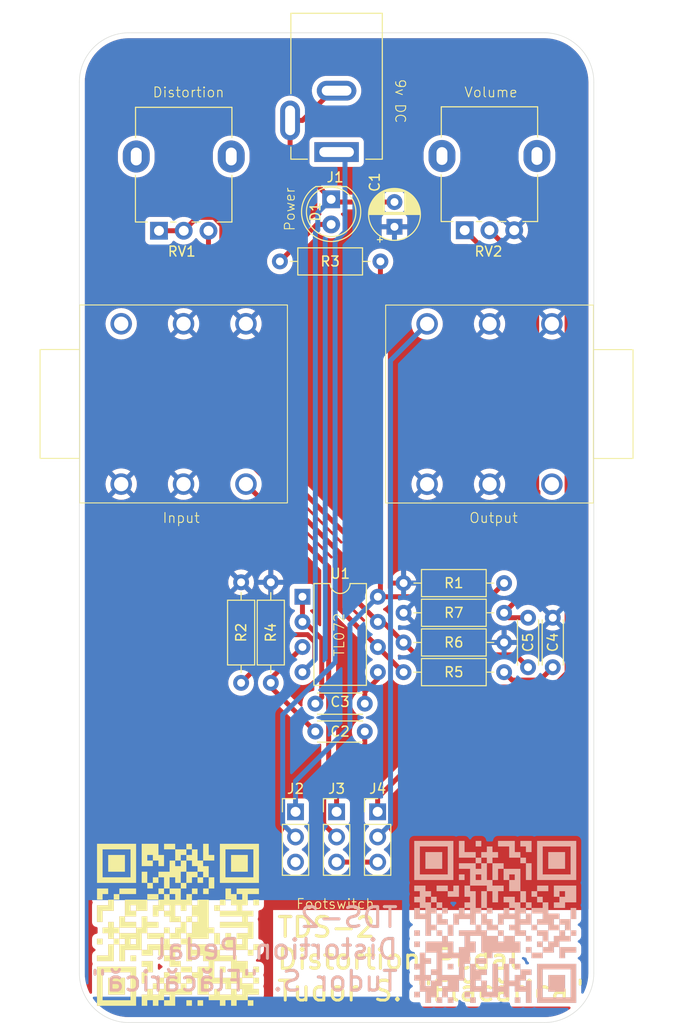
<source format=kicad_pcb>
(kicad_pcb (version 20240108) (generator "pcbnew") (generator_version "8.0")
  (layers (0 "F.Cu" signal) (31 "B.Cu" signal) (34 "B.Paste" user) (35 "F.Paste" user) (36 "B.SilkS" user "B.Silkscreen") (37 "F.SilkS" user "F.Silkscreen") (38 "B.Mask" user) (39 "F.Mask" user) (44 "Edge.Cuts" user))
  (net 0 "")
  (net 1 "GND")
  (net 2 "GNDREF")
  (net 3 "Net-(J3-Pin_1)")
  (net 4 "Net-(U1A-+)")
  (net 5 "Net-(U1B-+)")
  (net 6 "Net-(U1A--)")
  (net 7 "Net-(C4-Pad2)")
  (net 8 "Net-(C5-Pad1)")
  (net 9 "Net-(C5-Pad2)")
  (net 10 "Net-(D1-A)")
  (net 11 "+BATT")
  (net 12 "+9V")
  (net 14 "in")
  (net 15 "bypass")
  (net 16 "out")
  (net 17 "Net-(J4-Pin_1)")
  (net 18 "Net-(U1B--)")
  (footprint "Connector_BarrelJack:BarrelJack_Kycon_KLDX-0202-xC_Horizontal" (layer "F.Cu") (at 143.15 54.95 -90)
    (property "Reference" "J1")
    (property "Value" "Barrel_Jack_MountingPin")
  )
  (footprint "Potentiometer_THT:Potentiometer_Alpha_RD901F-40-00D_Single_Vertical" (layer "F.Cu") (at 156.1 62.85 90)
    (property "Reference" "RV2")
    (property "Value" "100kΩ")
  )
  (footprint "Connector_PinHeader_2.54mm:PinHeader_1x03_P2.54mm_Vertical" (layer "F.Cu") (at 147.3 121.61)
    (property "Reference" "J4")
    (property "Value" "Conn_01x03_Pin")
  )
  (footprint "Resistor_THT:R_Axial_DIN0207_L6.3mm_D2.5mm_P10.16mm_Horizontal" (layer "F.Cu") (at 149.92 101.5)
    (property "Reference" "R7")
    (property "Value" "10kΩ")
  )
  (footprint "Capacitor_THT:C_Disc_D4.3mm_W1.9mm_P5.00mm" (layer "F.Cu") (at 162.5 107 90)
    (property "Reference" "C5")
    (property "Value" "10µF")
  )
  (footprint "Resistor_THT:R_Axial_DIN0207_L6.3mm_D2.5mm_P10.16mm_Horizontal" (layer "F.Cu") (at 133.5 98.42 -90)
    (property "Reference" "R2")
    (property "Value" "10kΩ")
  )
  (footprint "footprints:PJ-644C" (layer "F.Cu") (at 152.31 72.31)
    (property "Reference" "J6")
    (property "Value" "SN49B14B" (hide yes))
  )
  (footprint "Connector_PinHeader_2.54mm:PinHeader_1x03_P2.54mm_Vertical" (layer "F.Cu") (at 139 121.61)
    (property "Reference" "J2")
    (property "Value" "Conn_01x03_Pin")
  )
  (footprint "Potentiometer_THT:Potentiometer_Alpha_RD901F-40-00D_Single_Vertical" (layer "F.Cu") (at 125.2 62.9 90)
    (property "Reference" "RV1")
    (property "Value" "100kΩ")
  )
  (footprint "Package_DIP:DIP-8_W7.62mm" (layer "F.Cu") (at 139.7 99.88)
    (property "Reference" "U1")
    (property "Value" "TL072")
  )
  (footprint "Resistor_THT:R_Axial_DIN0207_L6.3mm_D2.5mm_P10.16mm_Horizontal" (layer "F.Cu") (at 160.08 98.5 180)
    (property "Reference" "R1")
    (property "Value" "10kΩ")
  )
  (footprint "Resistor_THT:R_Axial_DIN0207_L6.3mm_D2.5mm_P10.16mm_Horizontal" (layer "F.Cu") (at 149.92 104.5)
    (property "Reference" "R6")
    (property "Value" "3.8kΩ")
  )
  (footprint "Capacitor_THT:CP_Radial_D5.0mm_P2.50mm" (layer "F.Cu") (at 149 62.5 90)
    (property "Reference" "C1")
    (property "Value" "10µF")
  )
  (footprint "Capacitor_THT:C_Disc_D4.3mm_W1.9mm_P5.00mm" (layer "F.Cu") (at 146 113.5 180)
    (property "Reference" "C2")
    (property "Value" "10µF")
  )
  (footprint "Capacitor_THT:C_Disc_D4.3mm_W1.9mm_P5.00mm" (layer "F.Cu") (at 165 102 -90)
    (property "Reference" "C4")
    (property "Value" "10µF")
  )
  (footprint "Resistor_THT:R_Axial_DIN0207_L6.3mm_D2.5mm_P10.16mm_Horizontal" (layer "F.Cu") (at 136.5 108.58 90)
    (property "Reference" "R4")
    (property "Value" "100kΩ")
  )
  (footprint "LED_THT:LED_D5.0mm" (layer "F.Cu") (at 142.6 59.725 -90)
    (property "Reference" "D1")
    (property "Value" "POW_LED")
  )
  (footprint "Resistor_THT:R_Axial_DIN0207_L6.3mm_D2.5mm_P10.16mm_Horizontal" (layer "F.Cu") (at 147.58 66 180)
    (property "Reference" "R3")
    (property "Value" "220Ω")
  )
  (footprint "Connector_PinHeader_2.54mm:PinHeader_1x03_P2.54mm_Vertical" (layer "F.Cu") (at 143.15 121.61)
    (property "Reference" "J3")
    (property "Value" "Conn_01x03_Pin")
  )
  (footprint "Resistor_THT:R_Axial_DIN0207_L6.3mm_D2.5mm_P10.16mm_Horizontal" (layer "F.Cu") (at 149.92 107.5)
    (property "Reference" "R5")
    (property "Value" "1kΩ")
  )
  (footprint "Capacitor_THT:C_Disc_D4.3mm_W1.9mm_P5.00mm" (layer "F.Cu") (at 141 110.68)
    (property "Reference" "C3")
    (property "Value" "10µF")
  )
  (footprint "footprints:PJ-644C" (layer "F.Cu") (at 133.98 88.5 180)
    (property "Reference" "J5")
    (property "Value" "SN49B14B" (hide yes))
  )
  (gr_poly (pts (xy 124.015556 138.951112) (xy 123.451112 138.951112) (xy 123.451112 137.822222) (xy 124.015556 137.822222)) (stroke (width -0.000001)) (fill solid) (layer "F.Cu"))
  (gr_poly (pts (xy 128.531111 141.208889) (xy 127.966667 141.208889) (xy 127.966667 140.644445) (xy 128.531111 140.644445)) (stroke (width -0.000001)) (fill solid) (layer "F.Cu"))
  (gr_poly (pts (xy 121.193334 130.484444) (xy 120.628889 130.484444) (xy 120.628889 129.92) (xy 121.193334 129.92)) (stroke (width -0.000001)) (fill solid) (layer "F.Cu"))
  (gr_poly (pts (xy 120.628889 131.613333) (xy 119.5 131.613333) (xy 119.5 132.742222) (xy 118.935556 132.742222) (xy 118.935556 131.048889) (xy 120.064445 131.048889) (xy 120.064445 130.484444) (xy 120.628889 130.484444)) (stroke (width -0.000001)) (fill solid) (layer "F.Cu"))
  (gr_poly (pts (xy 129.660001 141.208889) (xy 129.095556 141.208889) (xy 129.095556 140.644445) (xy 129.660001 140.644445)) (stroke (width -0.000001)) (fill solid) (layer "F.Cu"))
  (gr_poly (pts (xy 122.886667 136.693333) (xy 122.322223 136.693333) (xy 122.322223 136.128889) (xy 122.886667 136.128889)) (stroke (width -0.000001)) (fill solid) (layer "F.Cu"))
  (gr_poly (pts (xy 130.224445 125.968889) (xy 130.788889 125.968889) (xy 130.788889 126.533333) (xy 129.660001 126.533333) (xy 129.660001 124.84) (xy 130.224445 124.84)) (stroke (width -0.000001)) (fill solid) (layer "F.Cu"))
  (gr_poly (pts (xy 135.304445 131.048889) (xy 134.740001 131.048889) (xy 134.740001 130.484444) (xy 135.304445 130.484444)) (stroke (width -0.000001)) (fill solid) (layer "F.Cu"))
  (gr_poly (pts (xy 134.175556 127.662222) (xy 132.482222 127.662222) (xy 132.482222 125.968889) (xy 134.175556 125.968889)) (stroke (width -0.000001)) (fill solid) (layer "F.Cu"))
  (gr_poly (pts (xy 131.353334 135) (xy 130.788889 135) (xy 130.788889 133.871111) (xy 131.353334 133.871111)) (stroke (width -0.000001)) (fill solid) (layer "F.Cu"))
  (gr_poly (pts (xy 135.304445 135.564445) (xy 134.740001 135.564445) (xy 134.740001 135) (xy 135.304445 135)) (stroke (width -0.000001)) (fill solid) (layer "F.Cu"))
  (gr_poly (pts (xy 122.886667 128.791111) (xy 118.935556 128.791111) (xy 118.935556 128.226667) (xy 119.5 128.226667) (xy 122.322223 128.226667) (xy 122.322223 125.404444) (xy 119.5 125.404444) (xy 119.5 128.226667) (xy 118.935556 128.226667) (xy 118.935556 124.84) (xy 122.886667 124.84)) (stroke (width -0.000001)) (fill solid) (layer "F.Cu"))
  (gr_poly (pts (xy 122.886667 129.92) (xy 121.193334 129.92) (xy 121.193334 129.355556) (xy 122.886667 129.355556)) (stroke (width -0.000001)) (fill solid) (layer "F.Cu"))
  (gr_poly (pts (xy 121.757778 127.662222) (xy 120.064445 127.662222) (xy 120.064445 125.968889) (xy 121.757778 125.968889)) (stroke (width -0.000001)) (fill solid) (layer "F.Cu"))
  (gr_poly (pts (xy 124.015556 128.791111) (xy 123.451112 128.791111) (xy 123.451112 127.662222) (xy 124.015556 127.662222)) (stroke (width -0.000001)) (fill solid) (layer "F.Cu"))
  (gr_poly (pts (xy 125.708889 134.435555) (xy 124.015556 134.435555) (xy 124.015556 133.871111) (xy 125.708889 133.871111)) (stroke (width -0.000001)) (fill solid) (layer "F.Cu"))
  (gr_poly (pts (xy 126.273334 133.871111) (xy 125.708889 133.871111) (xy 125.708889 133.306667) (xy 126.273334 133.306667)) (stroke (width -0.000001)) (fill solid) (layer "F.Cu"))
  (gr_poly (pts (xy 121.757778 140.08) (xy 120.064445 140.08) (xy 120.064445 138.386666) (xy 121.757778 138.386666)) (stroke (width -0.000001)) (fill solid) (layer "F.Cu"))
  (gr_poly (pts (xy 129.095556 129.92) (xy 128.531111 129.92) (xy 128.531111 129.355556) (xy 129.095556 129.355556)) (stroke (width -0.000001)) (fill solid) (layer "F.Cu"))
  (gr_poly (pts (xy 126.837778 125.404444) (xy 125.708889 125.404444) (xy 125.708889 124.84) (xy 126.837778 124.84)) (stroke (width -0.000001)) (fill solid) (layer "F.Cu"))
  (gr_poly (pts (xy 119.5 135) (xy 118.935556 135) (xy 118.935556 134.435555) (xy 119.5 134.435555)) (stroke (width -0.000001)) (fill solid) (layer "F.Cu"))
  (gr_poly (pts (xy 128.531111 125.404444) (xy 127.966667 125.404444) (xy 127.966667 125.968889) (xy 128.531111 125.968889) (xy 128.531111 125.404444) (xy 129.095556 125.404444) (xy 129.095556 126.533333) (xy 129.660001 126.533333) (xy 129.660001 127.097778) (xy 130.224445 127.097778) (xy 130.224445 128.226667) (xy 129.660001 128.226667) (xy 129.660001 128.791111) (xy 129.095556 128.791111) (xy 129.095556 128.226667) (xy 129.660001 128.226667) (xy 129.660001 127.662222) (xy 129.095556 127.662222) (xy 129.095556 128.226667) (xy 128.531111 128.226667) (xy 128.531111 128.791111) (xy 127.966667 128.791111) (xy 127.966667 129.355556) (xy 127.402223 129.355556) (xy 127.402223 130.484444) (xy 127.966667 130.484444) (xy 127.966667 129.92) (xy 128.531111 129.92) (xy 128.531111 131.048889) (xy 129.095556 131.048889) (xy 129.095556 130.484444) (xy 130.224445 130.484444) (xy 130.224445 133.306667) (xy 130.788889 133.306667) (xy 130.788889 133.871111) (xy 130.224445 133.871111) (xy 130.224445 134.435555) (xy 128.531111 134.435555) (xy 128.531111 135.564445) (xy 129.095556 135.564445) (xy 129.095556 135) (xy 130.224445 135) (xy 130.224445 135.564445) (xy 131.353334 135.564445) (xy 131.353334 136.128889) (xy 133.046668 136.128889) (xy 133.046668 136.693333) (xy 134.175556 136.693333) (xy 134.175556 137.822222) (xy 134.740001 137.822222) (xy 134.740001 138.386666) (xy 133.611112 138.386666) (xy 133.611112 138.951112) (xy 134.740001 138.951112) (xy 134.740001 138.386666) (xy 135.304445 138.386666) (xy 135.304445 138.951112) (xy 134.740001 138.951112) (xy 134.740001 139.515556) (xy 135.304445 139.515556) (xy 135.304445 140.08) (xy 134.175556 140.08) (xy 134.175556 140.644445) (xy 133.046668 140.644445) (xy 133.046668 141.208889) (xy 132.482222 141.208889) (xy 132.482222 140.644445) (xy 131.917778 140.644445) (xy 131.917778 141.208889) (xy 131.353334 141.208889) (xy 131.353334 140.644445) (xy 130.224445 140.644445) (xy 130.224445 140.08) (xy 130.788889 140.08) (xy 130.788889 139.515556) (xy 131.353334 139.515556) (xy 131.353334 140.08) (xy 132.482222 140.08) (xy 133.046668 140.08) (xy 133.611112 140.08) (xy 133.611112 139.515556) (xy 133.046668 139.515556) (xy 133.046668 140.08) (xy 132.482222 140.08) (xy 132.482222 139.515556) (xy 133.046668 139.515556) (xy 133.046668 138.951112) (xy 132.482222 138.951112) (xy 132.482222 139.515556) (xy 131.917778 139.515556) (xy 131.917778 138.951112) (xy 130.224445 138.951112) (xy 130.224445 140.08) (xy 129.095556 140.08) (xy 129.095556 138.386666) (xy 129.660001 138.386666) (xy 130.224445 138.386666) (xy 130.788889 138.386666) (xy 132.482222 138.386666) (xy 133.046668 138.386666) (xy 133.611112 138.386666) (xy 133.611112 137.822222) (xy 133.046668 137.822222) (xy 133.046668 138.386666) (xy 132.482222 138.386666) (xy 132.482222 136.693333) (xy 130.788889 136.693333) (xy 130.788889 138.386666) (xy 130.224445 138.386666) (xy 130.224445 137.822222) (xy 129.660001 137.822222) (xy 129.660001 138.386666) (xy 129.095556 138.386666) (xy 128.531111 138.386666) (xy 128.531111 138.951112) (xy 127.966667 138.951112) (xy 127.966667 139.515556) (xy 128.531111 139.515556) (xy 128.531111 140.08) (xy 126.837778 140.08) (xy 126.837778 141.208889) (xy 125.708889 141.208889) (xy 125.708889 140.644445) (xy 126.273334 140.644445) (xy 126.273334 140.08) (xy 125.708889 140.08) (xy 125.708889 140.644445) (xy 125.144445 140.644445) (xy 125.144445 141.208889) (xy 124.58 141.208889) (xy 124.58 140.644445) (xy 124.015556 140.644445) (xy 124.015556 141.208889) (xy 123.451112 141.208889) (xy 123.451112 140.08) (xy 124.015556 140.08) (xy 124.58 140.08) (xy 125.144445 140.08) (xy 125.144445 139.515556) (xy 125.708889 139.515556) (xy 126.273334 139.515556) (xy 127.402223 139.515556) (xy 127.402223 138.951112) (xy 127.966667 138.951112) (xy 127.966667 138.386666) (xy 128.531111 138.386666) (xy 128.531111 137.822222) (xy 127.402223 137.822222) (xy 127.402223 138.951112) (xy 126.273334 138.951112) (xy 126.273334 139.515556) (xy 125.708889 139.515556) (xy 125.708889 138.951112) (xy 126.273334 138.951112) (xy 126.273334 138.386666) (xy 125.708889 138.386666) (xy 125.708889 138.951112) (xy 125.144445 138.951112) (xy 125.144445 139.515556) (xy 124.58 139.515556) (xy 124.58 140.08) (xy 124.015556 140.08) (xy 124.015556 139.515556) (xy 124.58 139.515556) (xy 124.58 138.951112) (xy 125.144445 138.951112) (xy 125.144445 138.386666) (xy 125.708889 138.386666) (xy 125.708889 137.822222) (xy 126.273334 137.822222) (xy 126.273334 138.386666) (xy 126.837778 138.386666) (xy 126.837778 137.822222) (xy 127.402223 137.822222) (xy 127.402223 137.257778) (xy 128.531111 137.257778) (xy 128.531111 137.822222) (xy 129.095556 137.822222) (xy 129.095556 137.257778) (xy 130.224445 137.257778) (xy 130.224445 136.693333) (xy 129.660001 136.693333) (xy 129.660001 136.128889) (xy 128.531111 136.128889) (xy 128.531111 136.693333) (xy 127.966667 136.693333) (xy 127.966667 135) (xy 127.402223 135) (xy 127.402223 135.564445) (xy 126.837778 135.564445) (xy 126.837778 136.693333) (xy 127.402223 136.693333) (xy 127.402223 137.257778) (xy 126.273334 137.257778) (xy 126.273334 136.693333) (xy 125.708889 136.693333) (xy 125.708889 136.128889) (xy 126.273334 136.128889) (xy 126.273334 135.564445) (xy 125.708889 135.564445) (xy 125.708889 136.128889) (xy 125.144445 136.128889) (xy 125.144445 135.564445) (xy 124.58 135.564445) (xy 124.58 136.128889) (xy 123.451112 136.128889) (xy 123.451112 135.564445) (xy 121.757778 135.564445) (xy 121.757778 136.693333) (xy 121.193334 136.693333) (xy 121.193334 135) (xy 121.757778 135) (xy 122.322223 135) (xy 122.886667 135) (xy 122.886667 134.435555) (xy 122.322223 134.435555) (xy 122.322223 135) (xy 121.757778 135) (xy 121.757778 134.435555) (xy 121.193334 134.435555) (xy 121.193334 135) (xy 120.628889 135) (xy 120.628889 134.435555) (xy 121.193334 134.435555) (xy 121.193334 133.871111) (xy 122.886667 133.871111) (xy 122.886667 133.306667) (xy 121.193334 133.306667) (xy 121.193334 133.871111) (xy 120.628889 133.871111) (xy 120.628889 134.435555) (xy 120.064445 134.435555) (xy 120.064445 133.871111) (xy 119.5 133.871111) (xy 119.5 133.306667) (xy 120.064445 133.306667) (xy 120.064445 132.742222) (xy 120.628889 132.742222) (xy 120.628889 133.306667) (xy 121.193334 133.306667) (xy 121.193334 132.177778) (xy 121.757778 132.177778) (xy 121.757778 132.742222) (xy 122.886667 132.742222) (xy 122.886667 133.306667) (xy 123.451112 133.306667) (xy 123.451112 132.177778) (xy 124.015556 132.177778) (xy 124.015556 132.742222) (xy 125.144445 132.742222) (xy 125.144445 133.306667) (xy 124.015556 133.306667) (xy 124.015556 133.871111) (xy 123.451112 133.871111) (xy 123.451112 135.564445) (xy 124.015556 135.564445) (xy 124.015556 135) (xy 125.708889 135) (xy 125.708889 134.435555) (xy 126.273334 134.435555) (xy 126.273334 135) (xy 127.402223 135) (xy 127.402223 134.435555) (xy 127.966667 134.435555) (xy 127.966667 133.871111) (xy 128.531111 133.871111) (xy 128.531111 132.742222) (xy 129.095556 132.742222) (xy 129.095556 132.177778) (xy 128.531111 132.177778) (xy 128.531111 131.048889) (xy 127.966667 131.048889) (xy 127.966667 131.613333) (xy 127.402223 131.613333) (xy 127.402223 131.048889) (xy 126.837778 131.048889) (xy 126.837778 132.177778) (xy 127.402223 132.177778) (xy 127.402223 132.742222) (xy 126.273334 132.742222) (xy 126.273334 132.177778) (xy 125.708889 132.177778) (xy 125.708889 131.613333) (xy 126.273334 131.613333) (xy 126.273334 131.048889) (xy 125.708889 131.048889) (xy 125.708889 131.613333) (xy 125.144445 131.613333) (xy 125.144445 132.177778) (xy 124.58 132.177778) (xy 124.58 131.048889) (xy 125.144445 131.048889) (xy 125.144445 130.484444) (xy 125.708889 130.484444) (xy 126.273334 130.484444) (xy 126.837778 130.484444) (xy 126.837778 129.92) (xy 126.273334 129.92) (xy 126.273334 130.484444) (xy 125.708889 130.484444) (xy 125.708889 129.92) (xy 126.273334 129.92) (xy 126.273334 129.355556) (xy 127.402223 129.355556) (xy 127.402223 128.791111) (xy 127.966667 128.791111) (xy 127.966667 127.662222) (xy 129.095556 127.662222) (xy 129.095556 127.097778) (xy 128.531111 127.097778) (xy 128.531111 126.533333) (xy 127.966667 126.533333) (xy 127.966667 127.662222) (xy 127.402223 127.662222) (xy 127.402223 128.791111) (xy 126.837778 128.791111) (xy 126.837778 128.226667) (xy 126.273334 128.226667) (xy 126.273334 129.355556) (xy 125.708889 129.355556) (xy 125.708889 129.92) (xy 125.144445 129.92) (xy 125.144445 130.484444) (xy 124.015556 130.484444) (xy 124.015556 131.613333) (xy 122.886667 131.613333) (xy 122.886667 132.177778) (xy 121.757778 132.177778) (xy 121.757778 131.613333) (xy 122.322223 131.613333) (xy 122.886667 131.613333) (xy 122.886667 131.048889) (xy 122.322223 131.048889) (xy 122.322223 131.613333) (xy 121.757778 131.613333) (xy 121.757778 130.484444) (xy 124.015556 130.484444) (xy 124.015556 129.92) (xy 125.144445 129.92) (xy 125.144445 129.355556) (xy 125.708889 129.355556) (xy 125.708889 128.226667) (xy 125.144445 128.226667) (xy 125.144445 127.662222) (xy 126.273334 127.662222) (xy 126.273334 127.097778) (xy 126.837778 127.097778) (xy 127.402223 127.097778) (xy 127.402223 126.533333) (xy 127.966667 126.533333) (xy 127.966667 125.968889) (xy 127.402223 125.968889) (xy 127.402223 126.533333) (xy 126.837778 126.533333) (xy 126.837778 127.097778) (xy 126.273334 127.097778) (xy 126.273334 126.533333) (xy 126.837778 126.533333) (xy 126.837778 125.404444) (xy 127.966667 125.404444) (xy 127.966667 124.84) (xy 128.531111 124.84)) (stroke (width -0.000001)) (fill solid) (layer "F.Cu"))
  (gr_poly (pts (xy 120.064445 129.92) (xy 119.5 129.92) (xy 119.5 130.484444) (xy 118.935556 130.484444) (xy 118.935556 129.355556) (xy 120.064445 129.355556)) (stroke (width -0.000001)) (fill solid) (layer "F.Cu"))
  (gr_poly (pts (xy 131.917778 137.822222) (xy 131.353334 137.822222) (xy 131.353334 137.257778) (xy 131.917778 137.257778)) (stroke (width -0.000001)) (fill solid) (layer "F.Cu"))
  (gr_poly (pts (xy 125.144445 128.791111) (xy 124.58 128.791111) (xy 124.58 128.226667) (xy 125.144445 128.226667)) (stroke (width -0.000001)) (fill solid) (layer "F.Cu"))
  (gr_poly (pts (xy 134.740001 141.208889) (xy 134.175556 141.208889) (xy 134.175556 140.644445) (xy 134.740001 140.644445)) (stroke (width -0.000001)) (fill solid) (layer "F.Cu"))
  (gr_poly (pts (xy 130.788889 129.355556) (xy 130.224445 129.355556) (xy 130.224445 128.226667) (xy 130.788889 128.226667)) (stroke (width -0.000001)) (fill solid) (layer "F.Cu"))
  (gr_poly (pts (xy 122.886667 141.208889) (xy 118.935556 141.208889) (xy 118.935556 140.644445) (xy 119.5 140.644445) (xy 122.322223 140.644445) (xy 122.322223 137.822222) (xy 119.5 137.822222) (xy 119.5 140.644445) (xy 118.935556 140.644445) (xy 118.935556 137.257778) (xy 122.886667 137.257778)) (stroke (width -0.000001)) (fill solid) (layer "F.Cu"))
  (gr_poly (pts (xy 132.482222 129.92) (xy 133.046668 129.92) (xy 133.046668 129.355556) (xy 135.304445 129.355556) (xy 135.304445 129.92) (xy 134.175556 129.92) (xy 134.175556 131.048889) (xy 133.611112 131.048889) (xy 133.611112 131.613333) (xy 134.740001 131.613333) (xy 134.740001 132.177778) (xy 134.175556 132.177778) (xy 134.175556 132.742222) (xy 134.740001 132.742222) (xy 134.740001 134.435555) (xy 134.175556 134.435555) (xy 134.175556 135.564445) (xy 131.353334 135.564445) (xy 131.353334 135) (xy 131.917778 135) (xy 133.046668 135) (xy 133.611112 135) (xy 133.611112 134.435555) (xy 133.046668 134.435555) (xy 133.046668 135) (xy 131.917778 135) (xy 131.917778 133.871111) (xy 132.482222 133.871111) (xy 132.482222 134.435555) (xy 133.046668 134.435555) (xy 133.046668 133.871111) (xy 134.175556 133.871111) (xy 134.175556 133.306667) (xy 131.353334 133.306667) (xy 131.353334 132.742222) (xy 133.611112 132.742222) (xy 133.611112 132.177778) (xy 131.353334 132.177778) (xy 131.353334 131.613333) (xy 130.788889 131.613333) (xy 130.788889 131.048889) (xy 131.353334 131.048889) (xy 131.353334 131.613333) (xy 133.046668 131.613333) (xy 133.046668 131.048889) (xy 132.482222 131.048889) (xy 132.482222 130.484444) (xy 133.046668 130.484444) (xy 133.611112 130.484444) (xy 133.611112 129.92) (xy 133.046668 129.92) (xy 133.046668 130.484444) (xy 132.482222 130.484444) (xy 131.917778 130.484444) (xy 131.917778 131.048889) (xy 131.353334 131.048889) (xy 131.353334 130.484444) (xy 131.917778 130.484444) (xy 131.917778 129.355556) (xy 132.482222 129.355556)) (stroke (width -0.000001)) (fill solid) (layer "F.Cu"))
  (gr_poly (pts (xy 127.966667 133.871111) (xy 127.402223 133.871111) (xy 127.402223 134.435555) (xy 126.273334 134.435555) (xy 126.273334 133.871111) (xy 126.837778 133.871111) (xy 126.837778 133.306667) (xy 127.402223 133.306667) (xy 127.402223 132.742222) (xy 127.966667 132.742222)) (stroke (width -0.000001)) (fill solid) (layer "F.Cu"))
  (gr_poly (pts (xy 124.58 129.355556) (xy 124.015556 129.355556) (xy 124.015556 128.791111) (xy 124.58 128.791111)) (stroke (width -0.000001)) (fill solid) (layer "F.Cu"))
  (gr_poly (pts (xy 130.224445 129.92) (xy 129.660001 129.92) (xy 129.660001 129.355556) (xy 130.224445 129.355556)) (stroke (width -0.000001)) (fill solid) (layer "F.Cu"))
  (gr_poly (pts (xy 125.144445 125.968889) (xy 125.708889 125.968889) (xy 125.708889 127.097778) (xy 125.144445 127.097778) (xy 125.144445 126.533333) (xy 124.58 126.533333) (xy 124.58 127.097778) (xy 123.451112 127.097778) (xy 123.451112 126.533333) (xy 124.015556 126.533333) (xy 124.58 126.533333) (xy 124.58 125.968889) (xy 124.015556 125.968889) (xy 124.015556 126.533333) (xy 123.451112 126.533333) (xy 123.451112 124.84) (xy 125.144445 124.84)) (stroke (width -0.000001)) (fill solid) (layer "F.Cu"))
  (gr_poly (pts (xy 135.304445 128.791111) (xy 131.353334 128.791111) (xy 131.353334 128.226667) (xy 131.917778 128.226667) (xy 134.740001 128.226667) (xy 134.740001 125.404444) (xy 131.917778 125.404444) (xy 131.917778 128.226667) (xy 131.353334 128.226667) (xy 131.353334 124.84) (xy 135.304445 124.84)) (stroke (width -0.000001)) (fill solid) (layer "F.Cu"))
  (gr_poly (pts (xy 134.740001 136.128889) (xy 134.175556 136.128889) (xy 134.175556 135.564445) (xy 134.740001 135.564445)) (stroke (width -0.000001)) (fill solid) (layer "F.Cu"))
  (gr_poly (pts (xy 120.628889 136.693333) (xy 118.935556 136.693333) (xy 118.935556 136.128889) (xy 120.064445 136.128889) (xy 120.064445 135) (xy 120.628889 135)) (stroke (width -0.000001)) (fill solid) (layer "F.Cu"))
  (gr_poly (pts (xy 128.531111 132.742222) (xy 127.966667 132.742222) (xy 127.966667 132.177778) (xy 128.531111 132.177778)) (stroke (width -0.000001)) (fill solid) (layer "F.Cu"))
  (gr_poly (pts (xy 135.304445 137.822222) (xy 134.740001 137.822222) (xy 134.740001 137.257778) (xy 135.304445 137.257778)) (stroke (width -0.000001)) (fill solid) (layer "F.Cu"))
  (gr_poly (pts (xy 124.58 137.822222) (xy 124.015556 137.822222) (xy 124.015556 137.257778) (xy 123.451112 137.257778) (xy 123.451112 136.693333) (xy 124.58 136.693333)) (stroke (width -0.000001)) (fill solid) (layer "F.Cu"))
  (gr_poly (pts (xy 162.288889 128.5) (xy 162.288889 126.806667) (xy 162.853333 126.806667) (xy 162.853333 128.5)) (stroke (width -0.000001)) (fill solid) (layer "B.Cu"))
  (gr_poly (pts (xy 157.208889 136.966667) (xy 157.208889 136.402222) (xy 158.337778 136.402222) (xy 158.337778 136.966667)) (stroke (width -0.000001)) (fill solid) (layer "B.Cu"))
  (gr_poly (pts (xy 163.417778 140.917778) (xy 163.417778 136.966667) (xy 163.982222 136.966667) (xy 163.982222 137.531111) (xy 163.982222 140.353334) (xy 166.804445 140.353334) (xy 166.804445 137.531111) (xy 163.982222 137.531111) (xy 163.982222 136.966667) (xy 167.368889 136.966667) (xy 167.368889 140.917778)) (stroke (width -0.000001)) (fill solid) (layer "B.Cu"))
  (gr_poly (pts (xy 156.08 140.353334) (xy 156.08 139.788889) (xy 156.644444 139.788889) (xy 156.644444 140.353334)) (stroke (width -0.000001)) (fill solid) (layer "B.Cu"))
  (gr_poly (pts (xy 162.853333 130.193333) (xy 162.853333 129.628889) (xy 163.417778 129.628889) (xy 163.417778 130.193333)) (stroke (width -0.000001)) (fill solid) (layer "B.Cu"))
  (gr_poly (pts (xy 161.16 140.917778) (xy 161.16 140.353334) (xy 161.724445 140.353334) (xy 161.724445 140.917778)) (stroke (width -0.000001)) (fill solid) (layer "B.Cu"))
  (gr_poly (pts (xy 162.288889 138.095555) (xy 162.288889 138.660001) (xy 162.853333 138.660001) (xy 162.853333 140.917778) (xy 162.288889 140.917778) (xy 162.288889 139.788889) (xy 161.16 139.788889) (xy 161.16 139.224445) (xy 160.595556 139.224445) (xy 160.595556 140.353334) (xy 160.031111 140.353334) (xy 160.031111 139.788889) (xy 159.466667 139.788889) (xy 159.466667 140.353334) (xy 157.773334 140.353334) (xy 157.773334 139.788889) (xy 156.644444 139.788889) (xy 156.644444 136.966667) (xy 157.208889 136.966667) (xy 157.208889 137.531111) (xy 157.208889 138.660001) (xy 157.208889 139.224445) (xy 157.773334 139.224445) (xy 157.773334 138.660001) (xy 157.208889 138.660001) (xy 157.208889 137.531111) (xy 158.337778 137.531111) (xy 158.337778 138.095555) (xy 157.773334 138.095555) (xy 157.773334 138.660001) (xy 158.337778 138.660001) (xy 158.337778 139.788889) (xy 158.902222 139.788889) (xy 158.902222 136.966667) (xy 159.466667 136.966667) (xy 159.466667 139.224445) (xy 160.031111 139.224445) (xy 160.031111 136.966667) (xy 160.595556 136.966667) (xy 160.595556 136.402222) (xy 161.16 136.402222) (xy 161.16 136.966667) (xy 160.595556 136.966667) (xy 160.595556 138.660001) (xy 161.16 138.660001) (xy 161.16 138.095555) (xy 161.724445 138.095555) (xy 161.724445 138.660001) (xy 161.724445 139.224445) (xy 162.288889 139.224445) (xy 162.288889 138.660001) (xy 161.724445 138.660001) (xy 161.724445 138.095555) (xy 161.724445 137.531111) (xy 161.16 137.531111) (xy 161.16 136.966667) (xy 161.724445 136.966667) (xy 161.724445 137.531111) (xy 162.853333 137.531111) (xy 162.853333 138.095555)) (stroke (width -0.000001)) (fill solid) (layer "B.Cu"))
  (gr_poly (pts (xy 159.466667 134.144444) (xy 159.466667 133.58) (xy 160.031111 133.58) (xy 160.031111 134.144444)) (stroke (width -0.000001)) (fill solid) (layer "B.Cu"))
  (gr_poly (pts (xy 157.208889 125.113333) (xy 157.208889 124.548889) (xy 157.773334 124.548889) (xy 157.773334 125.113333)) (stroke (width -0.000001)) (fill solid) (layer "B.Cu"))
  (gr_poly (pts (xy 156.644444 140.917778) (xy 156.644444 140.353334) (xy 157.208889 140.353334) (xy 157.208889 140.917778)) (stroke (width -0.000001)) (fill solid) (layer "B.Cu"))
  (gr_poly (pts (xy 158.337778 133.58) (xy 158.337778 133.015556) (xy 157.773334 133.015556) (xy 157.773334 131.886667) (xy 158.337778 131.886667) (xy 158.337778 132.451111) (xy 158.902222 132.451111) (xy 158.902222 133.015556) (xy 159.466667 133.015556) (xy 159.466667 133.58)) (stroke (width -0.000001)) (fill solid) (layer "B.Cu"))
  (gr_poly (pts (xy 162.853333 136.402222) (xy 162.853333 135.837778) (xy 163.982222 135.837778) (xy 163.982222 136.402222)) (stroke (width -0.000001)) (fill solid) (layer "B.Cu"))
  (gr_poly (pts (xy 151 134.144444) (xy 151 133.58) (xy 151.564444 133.58) (xy 151.564444 134.144444)) (stroke (width -0.000001)) (fill solid) (layer "B.Cu"))
  (gr_poly (pts (xy 155.515556 126.242222) (xy 155.515556 124.548889) (xy 156.08 124.548889) (xy 156.08 125.677778) (xy 157.208889 125.677778) (xy 157.208889 126.242222)) (stroke (width -0.000001)) (fill solid) (layer "B.Cu"))
  (gr_poly (pts (xy 154.386667 140.917778) (xy 154.386667 140.353334) (xy 154.951111 140.353334) (xy 154.951111 140.917778)) (stroke (width -0.000001)) (fill solid) (layer "B.Cu"))
  (gr_poly (pts (xy 163.417778 129.628889) (xy 163.417778 129.064445) (xy 164.546667 129.064445) (xy 164.546667 129.628889)) (stroke (width -0.000001)) (fill solid) (layer "B.Cu"))
  (gr_poly (pts (xy 162.288889 134.708889) (xy 162.288889 134.144444) (xy 162.853333 134.144444) (xy 162.853333 134.708889)) (stroke (width -0.000001)) (fill solid) (layer "B.Cu"))
  (gr_poly (pts (xy 161.724445 126.806667) (xy 161.724445 126.242222) (xy 162.288889 126.242222) (xy 162.288889 126.806667)) (stroke (width -0.000001)) (fill solid) (layer "B.Cu"))
  (gr_poly (pts (xy 151 140.353334) (xy 151 139.788889) (xy 151.564444 139.788889) (xy 151.564444 140.353334)) (stroke (width -0.000001)) (fill solid) (layer "B.Cu"))
  (gr_poly (pts (xy 166.24 135.837778) (xy 166.24 136.402222) (xy 165.675556 136.402222) (xy 165.675556 135.273334) (xy 167.368889 135.273334) (xy 167.368889 135.837778)) (stroke (width -0.000001)) (fill solid) (layer "B.Cu"))
  (gr_poly (pts (xy 151 135.273334) (xy 151 134.708889) (xy 151.564444 134.708889) (xy 151.564444 135.273334)) (stroke (width -0.000001)) (fill solid) (layer "B.Cu"))
  (gr_poly (pts (xy 155.515556 128.5) (xy 155.515556 127.935556) (xy 156.08 127.935556) (xy 156.08 128.5)) (stroke (width -0.000001)) (fill solid) (layer "B.Cu"))
  (gr_poly (pts (xy 162.288889 135.837778) (xy 162.288889 135.273334) (xy 162.853333 135.273334) (xy 162.853333 135.837778)) (stroke (width -0.000001)) (fill solid) (layer "B.Cu"))
  (gr_poly (pts (xy 154.386667 137.531111) (xy 154.386667 136.966667) (xy 154.951111 136.966667) (xy 154.951111 137.531111)) (stroke (width -0.000001)) (fill solid) (layer "B.Cu"))
  (gr_poly (pts (xy 158.337778 131.886667) (xy 158.337778 131.322222) (xy 158.902222 131.322222) (xy 158.902222 131.886667)) (stroke (width -0.000001)) (fill solid) (layer "B.Cu"))
  (gr_poly (pts (xy 153.257777 129.628889) (xy 153.257777 129.064445) (xy 154.386667 129.064445) (xy 154.386667 129.628889)) (stroke (width -0.000001)) (fill solid) (layer "B.Cu"))
  (gr_poly (pts (xy 152.128889 127.371111) (xy 152.128889 125.677778) (xy 153.822223 125.677778) (xy 153.822223 127.371111)) (stroke (width -0.000001)) (fill solid) (layer "B.Cu"))
  (gr_poly (pts (xy 151 128.5) (xy 151 124.548889) (xy 151.564444 124.548889) (xy 151.564444 125.113333) (xy 151.564444 127.935556) (xy 154.386667 127.935556) (xy 154.386667 125.113333) (xy 151.564444 125.113333) (xy 151.564444 124.548889) (xy 154.951111 124.548889) (xy 154.951111 128.5)) (stroke (width -0.000001)) (fill solid) (layer "B.Cu"))
  (gr_poly (pts (xy 166.804445 132.451111) (xy 166.804445 131.322222) (xy 167.368889 131.322222) (xy 167.368889 132.451111)) (stroke (width -0.000001)) (fill solid) (layer "B.Cu"))
  (gr_poly (pts (xy 160.595556 126.242222) (xy 160.595556 125.113333) (xy 159.466667 125.113333) (xy 159.466667 124.548889) (xy 161.16 124.548889) (xy 161.16 125.677778) (xy 161.724445 125.677778) (xy 161.724445 126.242222)) (stroke (width -0.000001)) (fill solid) (layer "B.Cu"))
  (gr_poly (pts (xy 166.804445 134.144444) (xy 166.804445 133.58) (xy 166.24 133.58) (xy 166.24 134.144444) (xy 166.804445 134.144444) (xy 166.804445 134.708889) (xy 165.675556 134.708889) (xy 165.675556 135.273334) (xy 165.111111 135.273334) (xy 165.111111 135.837778) (xy 163.982222 135.837778) (xy 163.982222 135.273334) (xy 163.417778 135.273334) (xy 163.417778 134.708889) (xy 163.982222 134.708889) (xy 163.982222 135.273334) (xy 164.546667 135.273334) (xy 164.546667 134.708889) (xy 163.982222 134.708889) (xy 163.982222 134.144444) (xy 163.417778 134.144444) (xy 163.417778 133.58) (xy 162.853333 133.58) (xy 162.853333 133.015556) (xy 161.724445 133.015556) (xy 161.724445 133.58) (xy 162.288889 133.58) (xy 162.288889 134.144444) (xy 161.16 134.144444) (xy 161.16 134.708889) (xy 161.724445 134.708889) (xy 161.724445 135.837778) (xy 158.902222 135.837778) (xy 158.902222 136.402222) (xy 158.337778 136.402222) (xy 158.337778 135.837778) (xy 157.773334 135.837778) (xy 157.773334 134.144444) (xy 156.644444 134.144444) (xy 156.644444 134.708889) (xy 157.208889 134.708889) (xy 157.208889 135.837778) (xy 156.644444 135.837778) (xy 156.644444 136.966667) (xy 156.08 136.966667) (xy 156.08 138.660001) (xy 155.515556 138.660001) (xy 155.515556 139.788889) (xy 154.386667 139.788889) (xy 154.386667 140.353334) (xy 153.822223 140.353334) (xy 153.822223 139.224445) (xy 153.257777 139.224445) (xy 153.257777 140.353334) (xy 153.822223 140.353334) (xy 153.822223 140.917778) (xy 153.257777 140.917778) (xy 153.257777 140.353334) (xy 152.693333 140.353334) (xy 152.693333 140.917778) (xy 152.128889 140.917778) (xy 152.128889 139.788889) (xy 151.564444 139.788889) (xy 151.564444 138.660001) (xy 151 138.660001) (xy 151 138.095555) (xy 151.564444 138.095555) (xy 151.564444 137.531111) (xy 151 137.531111) (xy 151 136.966667) (xy 151.564444 136.966667) (xy 151.564444 135.837778) (xy 152.128889 135.837778) (xy 152.128889 136.402222) (xy 152.693333 136.402222) (xy 152.693333 136.966667) (xy 152.128889 136.966667) (xy 152.128889 138.095555) (xy 152.128889 138.660001) (xy 152.128889 139.224445) (xy 152.693333 139.224445) (xy 152.693333 138.660001) (xy 152.128889 138.660001) (xy 152.128889 138.095555) (xy 152.693333 138.095555) (xy 152.693333 138.660001) (xy 153.257777 138.660001) (xy 153.257777 138.095555) (xy 152.693333 138.095555) (xy 152.693333 137.531111) (xy 153.257777 137.531111) (xy 153.257777 135.837778) (xy 152.128889 135.837778) (xy 152.128889 134.708889) (xy 153.822223 134.708889) (xy 153.822223 135.273334) (xy 153.822223 135.837778) (xy 153.822223 136.402222) (xy 153.822223 138.095555) (xy 153.822223 138.660001) (xy 153.822223 139.224445) (xy 154.386667 139.224445) (xy 154.386667 138.660001) (xy 153.822223 138.660001) (xy 153.822223 138.095555) (xy 155.515556 138.095555) (xy 155.515556 136.402222) (xy 153.822223 136.402222) (xy 153.822223 135.837778) (xy 154.386667 135.837778) (xy 154.386667 135.273334) (xy 153.822223 135.273334) (xy 153.822223 134.708889) (xy 153.822223 134.144444) (xy 153.257777 134.144444) (xy 153.257777 133.58) (xy 152.693333 133.58) (xy 152.693333 134.144444) (xy 152.128889 134.144444) (xy 152.128889 132.451111) (xy 151 132.451111) (xy 151 131.322222) (xy 151.564444 131.322222) (xy 151.564444 131.886667) (xy 152.128889 131.886667) (xy 152.128889 131.322222) (xy 151.564444 131.322222) (xy 151.564444 130.757778) (xy 151 130.757778) (xy 151 130.193333) (xy 151.564444 130.193333) (xy 151.564444 129.628889) (xy 151 129.628889) (xy 151 129.064445) (xy 152.128889 129.064445) (xy 152.128889 129.628889) (xy 152.128889 130.193333) (xy 152.128889 130.757778) (xy 152.693333 130.757778) (xy 152.693333 131.322222) (xy 152.693333 131.886667) (xy 152.693333 133.015556) (xy 153.257777 133.015556) (xy 153.257777 133.58) (xy 153.822223 133.58) (xy 153.822223 134.144444) (xy 154.386667 134.144444) (xy 154.386667 133.015556) (xy 153.257777 133.015556) (xy 153.257777 131.886667) (xy 152.693333 131.886667) (xy 152.693333 131.322222) (xy 153.257777 131.322222) (xy 153.257777 131.886667) (xy 153.822223 131.886667) (xy 153.822223 131.322222) (xy 153.257777 131.322222) (xy 153.257777 130.757778) (xy 152.693333 130.757778) (xy 152.693333 130.193333) (xy 152.128889 130.193333) (xy 152.128889 129.628889) (xy 152.693333 129.628889) (xy 152.693333 130.193333) (xy 153.257777 130.193333) (xy 153.257777 130.757778) (xy 153.822223 130.757778) (xy 153.822223 131.322222) (xy 154.386667 131.322222) (xy 154.386667 131.886667) (xy 153.822223 131.886667) (xy 153.822223 132.451111) (xy 154.386667 132.451111) (xy 154.386667 133.015556) (xy 154.951111 133.015556) (xy 154.951111 134.144444) (xy 154.386667 134.144444) (xy 154.386667 134.708889) (xy 154.951111 134.708889) (xy 154.951111 135.837778) (xy 155.515556 135.837778) (xy 155.515556 135.273334) (xy 156.08 135.273334) (xy 156.08 134.144444) (xy 155.515556 134.144444) (xy 155.515556 133.58) (xy 157.208889 133.58) (xy 157.208889 133.015556) (xy 156.644444 133.015556) (xy 156.644444 132.451111) (xy 155.515556 132.451111) (xy 155.515556 133.015556) (xy 154.951111 133.015556) (xy 154.951111 131.886667) (xy 155.515556 131.886667) (xy 155.515556 131.322222) (xy 156.08 131.322222) (xy 156.08 131.886667) (xy 156.644444 131.886667) (xy 156.644444 131.322222) (xy 156.08 131.322222) (xy 156.08 130.757778) (xy 156.644444 130.757778) (xy 156.644444 130.193333) (xy 156.08 130.193333) (xy 156.08 129.064445) (xy 156.644444 129.064445) (xy 156.644444 127.371111) (xy 155.515556 127.371111) (xy 155.515556 126.806667) (xy 157.208889 126.806667) (xy 157.208889 127.371111) (xy 157.208889 127.935556) (xy 157.208889 128.5) (xy 157.773334 128.5) (xy 157.773334 127.935556) (xy 157.208889 127.935556) (xy 157.208889 127.371111) (xy 157.773334 127.371111) (xy 157.773334 126.806667) (xy 157.208889 126.806667) (xy 157.208889 126.242222) (xy 157.773334 126.242222) (xy 157.773334 126.806667) (xy 158.337778 126.806667) (xy 158.337778 128.5) (xy 158.902222 128.5) (xy 158.902222 126.806667) (xy 158.337778 126.806667) (xy 158.337778 126.242222) (xy 157.773334 126.242222) (xy 157.773334 125.677778) (xy 158.337778 125.677778) (xy 158.337778 125.113333) (xy 158.902222 125.113333) (xy 158.902222 125.677778) (xy 159.466667 125.677778) (xy 159.466667 126.242222) (xy 158.902222 126.242222) (xy 158.902222 126.806667) (xy 160.031111 126.806667) (xy 160.031111 127.371111) (xy 159.466667 127.371111) (xy 159.466667 128.5) (xy 158.902222 128.5) (xy 158.902222 129.064445) (xy 160.031111 129.064445) (xy 160.031111 129.628889) (xy 159.466667 129.628889) (xy 159.466667 130.757778) (xy 158.902222 130.757778) (xy 158.902222 129.628889) (xy 158.337778 129.628889) (xy 158.337778 129.064445) (xy 156.644444 129.064445) (xy 156.644444 129.628889) (xy 157.208889 129.628889) (xy 157.208889 131.322222) (xy 157.773334 131.322222) (xy 157.773334 131.886667) (xy 157.208889 131.886667) (xy 157.208889 133.015556) (xy 157.773334 133.015556) (xy 157.773334 133.58) (xy 158.337778 133.58) (xy 158.337778 134.144444) (xy 159.466667 134.144444) (xy 159.466667 134.708889) (xy 160.031111 134.708889) (xy 160.031111 134.144444) (xy 161.16 134.144444) (xy 161.16 133.58) (xy 160.595556 133.58) (xy 160.595556 133.015556) (xy 161.16 133.015556) (xy 161.16 132.451111) (xy 160.031111 132.451111) (xy 160.031111 133.015556) (xy 159.466667 133.015556) (xy 159.466667 131.886667) (xy 160.031111 131.886667) (xy 160.031111 131.322222) (xy 160.595556 131.322222) (xy 160.595556 131.886667) (xy 161.16 131.886667) (xy 161.16 131.322222) (xy 160.595556 131.322222) (xy 160.595556 130.757778) (xy 160.031111 130.757778) (xy 160.031111 130.193333) (xy 161.16 130.193333) (xy 161.16 130.757778) (xy 161.724445 130.757778) (xy 161.724445 131.322222) (xy 161.724445 131.886667) (xy 161.724445 132.451111) (xy 162.288889 132.451111) (xy 162.288889 131.886667) (xy 161.724445 131.886667) (xy 161.724445 131.322222) (xy 162.288889 131.322222) (xy 162.288889 131.886667) (xy 162.853333 131.886667) (xy 162.853333 133.015556) (xy 163.417778 133.015556) (xy 163.417778 133.58) (xy 164.546667 133.58) (xy 164.546667 134.708889) (xy 165.111111 134.708889) (xy 165.111111 134.144444) (xy 165.675556 134.144444) (xy 165.675556 133.58) (xy 164.546667 133.58) (xy 164.546667 133.015556) (xy 163.417778 133.015556) (xy 163.417778 132.451111) (xy 163.982222 132.451111) (xy 163.982222 131.886667) (xy 162.853333 131.886667) (xy 162.853333 131.322222) (xy 162.288889 131.322222) (xy 162.288889 130.757778) (xy 161.724445 130.757778) (xy 161.724445 129.628889) (xy 160.595556 129.628889) (xy 160.595556 128.5) (xy 160.031111 128.5) (xy 160.031111 127.371111) (xy 160.595556 127.371111) (xy 160.595556 127.935556) (xy 160.595556 128.5) (xy 161.16 128.5) (xy 161.16 127.935556) (xy 160.595556 127.935556) (xy 160.595556 127.371111) (xy 161.724445 127.371111) (xy 161.724445 129.628889) (xy 162.288889 129.628889) (xy 162.288889 130.757778) (xy 162.853333 130.757778) (xy 162.853333 131.322222) (xy 163.982222 131.322222) (xy 163.982222 130.757778) (xy 164.546667 130.757778) (xy 164.546667 131.886667) (xy 165.111111 131.886667) (xy 165.111111 132.451111) (xy 165.111111 133.015556) (xy 165.675556 133.015556) (xy 165.675556 133.58) (xy 166.24 133.58) (xy 166.24 133.015556) (xy 165.675556 133.015556) (xy 165.675556 132.451111) (xy 165.111111 132.451111) (xy 165.111111 131.886667) (xy 165.675556 131.886667) (xy 165.675556 132.451111) (xy 166.804445 132.451111) (xy 166.804445 133.58) (xy 167.368889 133.58) (xy 167.368889 134.144444)) (stroke (width -0.000001)) (fill solid) (layer "B.Cu"))
  (gr_poly (pts (xy 154.386667 130.193333) (xy 154.386667 129.628889) (xy 154.951111 129.628889) (xy 154.951111 129.064445) (xy 155.515556 129.064445) (xy 155.515556 130.193333)) (stroke (width -0.000001)) (fill solid) (layer "B.Cu"))
  (gr_poly (pts (xy 166.24 130.757778) (xy 166.24 131.322222) (xy 165.111111 131.322222) (xy 165.111111 130.757778) (xy 165.675556 130.757778) (xy 165.675556 130.193333) (xy 165.111111 130.193333) (xy 165.111111 129.064445) (xy 165.675556 129.064445) (xy 165.675556 129.628889) (xy 165.675556 130.193333) (xy 166.24 130.193333) (xy 166.24 129.628889) (xy 165.675556 129.628889) (xy 165.675556 129.064445) (xy 167.368889 129.064445) (xy 167.368889 130.757778)) (stroke (width -0.000001)) (fill solid) (layer "B.Cu"))
  (gr_poly (pts (xy 164.546667 127.371111) (xy 164.546667 125.677778) (xy 166.24 125.677778) (xy 166.24 127.371111)) (stroke (width -0.000001)) (fill solid) (layer "B.Cu"))
  (gr_poly (pts (xy 163.417778 130.757778) (xy 163.417778 130.193333) (xy 163.982222 130.193333) (xy 163.982222 130.757778)) (stroke (width -0.000001)) (fill solid) (layer "B.Cu"))
  (gr_poly (pts (xy 164.546667 139.788889) (xy 164.546667 138.095555) (xy 166.24 138.095555) (xy 166.24 139.788889)) (stroke (width -0.000001)) (fill solid) (layer "B.Cu"))
  (gr_poly (pts (xy 162.288889 125.677778) (xy 162.288889 125.113333) (xy 161.724445 125.113333) (xy 161.724445 124.548889) (xy 162.853333 124.548889) (xy 162.853333 125.677778)) (stroke (width -0.000001)) (fill solid) (layer "B.Cu"))
  (gr_poly (pts (xy 163.417778 128.5) (xy 163.417778 124.548889) (xy 163.982222 124.548889) (xy 163.982222 125.113333) (xy 163.982222 127.935556) (xy 166.804445 127.935556) (xy 166.804445 125.113333) (xy 163.982222 125.113333) (xy 163.982222 124.548889) (xy 167.368889 124.548889) (xy 167.368889 128.5)) (stroke (width -0.000001)) (fill solid) (layer "B.Cu"))
  (gr_poly (pts (xy 157.773334 131.322222) (xy 157.773334 129.628889) (xy 158.337778 129.628889) (xy 158.337778 131.322222)) (stroke (width -0.000001)) (fill solid) (layer "B.Cu"))
  (gr_poly (pts (xy 166.24 135.837778) (xy 166.24 136.402222) (xy 165.675556 136.402222) (xy 165.675556 135.273334) (xy 167.368889 135.273334) (xy 167.368889 135.837778)) (stroke (width -0.000001)) (fill solid) (layer "B.SilkS"))
  (gr_poly (pts (xy 162.288889 128.5) (xy 162.288889 126.806667) (xy 162.853333 126.806667) (xy 162.853333 128.5)) (stroke (width -0.000001)) (fill solid) (layer "B.SilkS"))
  (gr_poly (pts (xy 163.417778 129.628889) (xy 163.417778 129.064445) (xy 164.546667 129.064445) (xy 164.546667 129.628889)) (stroke (width -0.000001)) (fill solid) (layer "B.SilkS"))
  (gr_poly (pts (xy 162.853333 136.402222) (xy 162.853333 135.837778) (xy 163.982222 135.837778) (xy 163.982222 136.402222)) (stroke (width -0.000001)) (fill solid) (layer "B.SilkS"))
  (gr_poly (pts (xy 153.257777 129.628889) (xy 153.257777 129.064445) (xy 154.386667 129.064445) (xy 154.386667 129.628889)) (stroke (width -0.000001)) (fill solid) (layer "B.SilkS"))
  (gr_poly (pts (xy 155.515556 128.5) (xy 155.515556 127.935556) (xy 156.08 127.935556) (xy 156.08 128.5)) (stroke (width -0.000001)) (fill solid) (layer "B.SilkS"))
  (gr_poly (pts (xy 164.546667 127.371111) (xy 164.546667 125.677778) (xy 166.24 125.677778) (xy 166.24 127.371111)) (stroke (width -0.000001)) (fill solid) (layer "B.SilkS"))
  (gr_poly (pts (xy 158.337778 131.886667) (xy 158.337778 131.322222) (xy 158.902222 131.322222) (xy 158.902222 131.886667)) (stroke (width -0.000001)) (fill solid) (layer "B.SilkS"))
  (gr_poly (pts (xy 166.24 130.757778) (xy 166.24 131.322222) (xy 165.111111 131.322222) (xy 165.111111 130.757778) (xy 165.675556 130.757778) (xy 165.675556 130.193333) (xy 165.111111 130.193333) (xy 165.111111 129.064445) (xy 165.675556 129.064445) (xy 165.675556 129.628889) (xy 165.675556 130.193333) (xy 166.24 130.193333) (xy 166.24 129.628889) (xy 165.675556 129.628889) (xy 165.675556 129.064445) (xy 167.368889 129.064445) (xy 167.368889 130.757778)) (stroke (width -0.000001)) (fill solid) (layer "B.SilkS"))
  (gr_poly (pts (xy 151 134.144444) (xy 151 133.58) (xy 151.564444 133.58) (xy 151.564444 134.144444)) (stroke (width -0.000001)) (fill solid) (layer "B.SilkS"))
  (gr_poly (pts (xy 166.804445 132.451111) (xy 166.804445 131.322222) (xy 167.368889 131.322222) (xy 167.368889 132.451111)) (stroke (width -0.000001)) (fill solid) (layer "B.SilkS"))
  (gr_poly (pts (xy 155.515556 126.242222) (xy 155.515556 124.548889) (xy 156.08 124.548889) (xy 156.08 125.677778) (xy 157.208889 125.677778) (xy 157.208889 126.242222)) (stroke (width -0.000001)) (fill solid) (layer "B.SilkS"))
  (gr_poly (pts (xy 163.417778 128.5) (xy 163.417778 124.548889) (xy 163.982222 124.548889) (xy 163.982222 125.113333) (xy 163.982222 127.935556) (xy 166.804445 127.935556) (xy 166.804445 125.113333) (xy 163.982222 125.113333) (xy 163.982222 124.548889) (xy 167.368889 124.548889) (xy 167.368889 128.5)) (stroke (width -0.000001)) (fill solid) (layer "B.SilkS"))
  (gr_poly (pts (xy 163.417778 130.757778) (xy 163.417778 130.193333) (xy 163.982222 130.193333) (xy 163.982222 130.757778)) (stroke (width -0.000001)) (fill solid) (layer "B.SilkS"))
  (gr_poly (pts (xy 161.724445 126.806667) (xy 161.724445 126.242222) (xy 162.288889 126.242222) (xy 162.288889 126.806667)) (stroke (width -0.000001)) (fill solid) (layer "B.SilkS"))
  (gr_poly (pts (xy 151 140.353334) (xy 151 139.788889) (xy 151.564444 139.788889) (xy 151.564444 140.353334)) (stroke (width -0.000001)) (fill solid) (layer "B.SilkS"))
  (gr_poly (pts (xy 157.773334 131.322222) (xy 157.773334 129.628889) (xy 158.337778 129.628889) (xy 158.337778 131.322222)) (stroke (width -0.000001)) (fill solid) (layer "B.SilkS"))
  (gr_poly (pts (xy 158.337778 133.58) (xy 158.337778 133.015556) (xy 157.773334 133.015556) (xy 157.773334 131.886667) (xy 158.337778 131.886667) (xy 158.337778 132.451111) (xy 158.902222 132.451111) (xy 158.902222 133.015556) (xy 159.466667 133.015556) (xy 159.466667 133.58)) (stroke (width -0.000001)) (fill solid) (layer "B.SilkS"))
  (gr_poly (pts (xy 162.288889 135.837778) (xy 162.288889 135.273334) (xy 162.853333 135.273334) (xy 162.853333 135.837778)) (stroke (width -0.000001)) (fill solid) (layer "B.SilkS"))
  (gr_poly (pts (xy 166.804445 134.144444) (xy 166.804445 133.58) (xy 166.24 133.58) (xy 166.24 134.144444) (xy 166.804445 134.144444) (xy 166.804445 134.708889) (xy 165.675556 134.708889) (xy 165.675556 135.273334) (xy 165.111111 135.273334) (xy 165.111111 135.837778) (xy 163.982222 135.837778) (xy 163.982222 135.273334) (xy 163.417778 135.273334) (xy 163.417778 134.708889) (xy 163.982222 134.708889) (xy 163.982222 135.273334) (xy 164.546667 135.273334) (xy 164.546667 134.708889) (xy 163.982222 134.708889) (xy 163.982222 134.144444) (xy 163.417778 134.144444) (xy 163.417778 133.58) (xy 162.853333 133.58) (xy 162.853333 133.015556) (xy 161.724445 133.015556) (xy 161.724445 133.58) (xy 162.288889 133.58) (xy 162.288889 134.144444) (xy 161.16 134.144444) (xy 161.16 134.708889) (xy 161.724445 134.708889) (xy 161.724445 135.837778) (xy 158.902222 135.837778) (xy 158.902222 136.402222) (xy 158.337778 136.402222) (xy 158.337778 135.837778) (xy 157.773334 135.837778) (xy 157.773334 134.144444) (xy 156.644444 134.144444) (xy 156.644444 134.708889) (xy 157.208889 134.708889) (xy 157.208889 135.837778) (xy 156.644444 135.837778) (xy 156.644444 136.966667) (xy 156.08 136.966667) (xy 156.08 138.660001) (xy 155.515556 138.660001) (xy 155.515556 139.788889) (xy 154.386667 139.788889) (xy 154.386667 140.353334) (xy 153.822223 140.353334) (xy 153.822223 139.224445) (xy 153.257777 139.224445) (xy 153.257777 140.353334) (xy 153.822223 140.353334) (xy 153.822223 140.917778) (xy 153.257777 140.917778) (xy 153.257777 140.353334) (xy 152.693333 140.353334) (xy 152.693333 140.917778) (xy 152.128889 140.917778) (xy 152.128889 139.788889) (xy 151.564444 139.788889) (xy 151.564444 138.660001) (xy 151 138.660001) (xy 151 138.095555) (xy 151.564444 138.095555) (xy 151.564444 137.531111) (xy 151 137.531111) (xy 151 136.966667) (xy 151.564444 136.966667) (xy 151.564444 135.837778) (xy 152.128889 135.837778) (xy 152.128889 136.402222) (xy 152.693333 136.402222) (xy 152.693333 136.966667) (xy 152.128889 136.966667) (xy 152.128889 138.095555) (xy 152.128889 138.660001) (xy 152.128889 139.224445) (xy 152.693333 139.224445) (xy 152.693333 138.660001) (xy 152.128889 138.660001) (xy 152.128889 138.095555) (xy 152.693333 138.095555) (xy 152.693333 138.660001) (xy 153.257777 138.660001) (xy 153.257777 138.095555) (xy 152.693333 138.095555) (xy 152.693333 137.531111) (xy 153.257777 137.531111) (xy 153.257777 135.837778) (xy 152.128889 135.837778) (xy 152.128889 134.708889) (xy 153.822223 134.708889) (xy 153.822223 135.273334) (xy 153.822223 135.837778) (xy 153.822223 136.402222) (xy 153.822223 138.095555) (xy 153.822223 138.660001) (xy 153.822223 139.224445) (xy 154.386667 139.224445) (xy 154.386667 138.660001) (xy 153.822223 138.660001) (xy 153.822223 138.095555) (xy 155.515556 138.095555) (xy 155.515556 136.402222) (xy 153.822223 136.402222) (xy 153.822223 135.837778) (xy 154.386667 135.837778) (xy 154.386667 135.273334) (xy 153.822223 135.273334) (xy 153.822223 134.708889) (xy 153.822223 134.144444) (xy 153.257777 134.144444) (xy 153.257777 133.58) (xy 152.693333 133.58) (xy 152.693333 134.144444) (xy 152.128889 134.144444) (xy 152.128889 132.451111) (xy 151 132.451111) (xy 151 131.322222) (xy 151.564444 131.322222) (xy 151.564444 131.886667) (xy 152.128889 131.886667) (xy 152.128889 131.322222) (xy 151.564444 131.322222) (xy 151.564444 130.757778) (xy 151 130.757778) (xy 151 130.193333) (xy 151.564444 130.193333) (xy 151.564444 129.628889) (xy 151 129.628889) (xy 151 129.064445) (xy 152.128889 129.064445) (xy 152.128889 129.628889) (xy 152.128889 130.193333) (xy 152.128889 130.757778) (xy 152.693333 130.757778) (xy 152.693333 131.322222) (xy 152.693333 131.886667) (xy 152.693333 133.015556) (xy 153.257777 133.015556) (xy 153.257777 133.58) (xy 153.822223 133.58) (xy 153.822223 134.144444) (xy 154.386667 134.144444) (xy 154.386667 133.015556) (xy 153.257777 133.015556) (xy 153.257777 131.886667) (xy 152.693333 131.886667) (xy 152.693333 131.322222) (xy 153.257777 131.322222) (xy 153.257777 131.886667) (xy 153.822223 131.886667) (xy 153.822223 131.322222) (xy 153.257777 131.322222) (xy 153.257777 130.757778) (xy 152.693333 130.757778) (xy 152.693333 130.193333) (xy 152.128889 130.193333) (xy 152.128889 129.628889) (xy 152.693333 129.628889) (xy 152.693333 130.193333) (xy 153.257777 130.193333) (xy 153.257777 130.757778) (xy 153.822223 130.757778) (xy 153.822223 131.322222) (xy 154.386667 131.322222) (xy 154.386667 131.886667) (xy 153.822223 131.886667) (xy 153.822223 132.451111) (xy 154.386667 132.451111) (xy 154.386667 133.015556) (xy 154.951111 133.015556) (xy 154.951111 134.144444) (xy 154.386667 134.144444) (xy 154.386667 134.708889) (xy 154.951111 134.708889) (xy 154.951111 135.837778) (xy 155.515556 135.837778) (xy 155.515556 135.273334) (xy 156.08 135.273334) (xy 156.08 134.144444) (xy 155.515556 134.144444) (xy 155.515556 133.58) (xy 157.208889 133.58) (xy 157.208889 133.015556) (xy 156.644444 133.015556) (xy 156.644444 132.451111) (xy 155.515556 132.451111) (xy 155.515556 133.015556) (xy 154.951111 133.015556) (xy 154.951111 131.886667) (xy 155.515556 131.886667) (xy 155.515556 131.322222) (xy 156.08 131.322222) (xy 156.08 131.886667) (xy 156.644444 131.886667) (xy 156.644444 131.322222) (xy 156.08 131.322222) (xy 156.08 130.757778) (xy 156.644444 130.757778) (xy 156.644444 130.193333) (xy 156.08 130.193333) (xy 156.08 129.064445) (xy 156.644444 129.064445) (xy 156.644444 127.371111) (xy 155.515556 127.371111) (xy 155.515556 126.806667) (xy 157.208889 126.806667) (xy 157.208889 127.371111) (xy 157.208889 127.935556) (xy 157.208889 128.5) (xy 157.773334 128.5) (xy 157.773334 127.935556) (xy 157.208889 127.935556) (xy 157.208889 127.371111) (xy 157.773334 127.371111) (xy 157.773334 126.806667) (xy 157.208889 126.806667) (xy 157.208889 126.242222) (xy 157.773334 126.242222) (xy 157.773334 126.806667) (xy 158.337778 126.806667) (xy 158.337778 128.5) (xy 158.902222 128.5) (xy 158.902222 126.806667) (xy 158.337778 126.806667) (xy 158.337778 126.242222) (xy 157.773334 126.242222) (xy 157.773334 125.677778) (xy 158.337778 125.677778) (xy 158.337778 125.113333) (xy 158.902222 125.113333) (xy 158.902222 125.677778) (xy 159.466667 125.677778) (xy 159.466667 126.242222) (xy 158.902222 126.242222) (xy 158.902222 126.806667) (xy 160.031111 126.806667) (xy 160.031111 127.371111) (xy 159.466667 127.371111) (xy 159.466667 128.5) (xy 158.902222 128.5) (xy 158.902222 129.064445) (xy 160.031111 129.064445) (xy 160.031111 129.628889) (xy 159.466667 129.628889) (xy 159.466667 130.757778) (xy 158.902222 130.757778) (xy 158.902222 129.628889) (xy 158.337778 129.628889) (xy 158.337778 129.064445) (xy 156.644444 129.064445) (xy 156.644444 129.628889) (xy 157.208889 129.628889) (xy 157.208889 131.322222) (xy 157.773334 131.322222) (xy 157.773334 131.886667) (xy 157.208889 131.886667) (xy 157.208889 133.015556) (xy 157.773334 133.015556) (xy 157.773334 133.58) (xy 158.337778 133.58) (xy 158.337778 134.144444) (xy 159.466667 134.144444) (xy 159.466667 134.708889) (xy 160.031111 134.708889) (xy 160.031111 134.144444) (xy 161.16 134.144444) (xy 161.16 133.58) (xy 160.595556 133.58) (xy 160.595556 133.015556) (xy 161.16 133.015556) (xy 161.16 132.451111) (xy 160.031111 132.451111) (xy 160.031111 133.015556) (xy 159.466667 133.015556) (xy 159.466667 131.886667) (xy 160.031111 131.886667) (xy 160.031111 131.322222) (xy 160.595556 131.322222) (xy 160.595556 131.886667) (xy 161.16 131.886667) (xy 161.16 131.322222) (xy 160.595556 131.322222) (xy 160.595556 130.757778) (xy 160.031111 130.757778) (xy 160.031111 130.193333) (xy 161.16 130.193333) (xy 161.16 130.757778) (xy 161.724445 130.757778) (xy 161.724445 131.322222) (xy 161.724445 131.886667) (xy 161.724445 132.451111) (xy 162.288889 132.451111) (xy 162.288889 131.886667) (xy 161.724445 131.886667) (xy 161.724445 131.322222) (xy 162.288889 131.322222) (xy 162.288889 131.886667) (xy 162.853333 131.886667) (xy 162.853333 133.015556) (xy 163.417778 133.015556) (xy 163.417778 133.58) (xy 164.546667 133.58) (xy 164.546667 134.708889) (xy 165.111111 134.708889) (xy 165.111111 134.144444) (xy 165.675556 134.144444) (xy 165.675556 133.58) (xy 164.546667 133.58) (xy 164.546667 133.015556) (xy 163.417778 133.015556) (xy 163.417778 132.451111) (xy 163.982222 132.451111) (xy 163.982222 131.886667) (xy 162.853333 131.886667) (xy 162.853333 131.322222) (xy 162.288889 131.322222) (xy 162.288889 130.757778) (xy 161.724445 130.757778) (xy 161.724445 129.628889) (xy 160.595556 129.628889) (xy 160.595556 128.5) (xy 160.031111 128.5) (xy 160.031111 127.371111) (xy 160.595556 127.371111) (xy 160.595556 127.935556) (xy 160.595556 128.5) (xy 161.16 128.5) (xy 161.16 127.935556) (xy 160.595556 127.935556) (xy 160.595556 127.371111) (xy 161.724445 127.371111) (xy 161.724445 129.628889) (xy 162.288889 129.628889) (xy 162.288889 130.757778) (xy 162.853333 130.757778) (xy 162.853333 131.322222) (xy 163.982222 131.322222) (xy 163.982222 130.757778) (xy 164.546667 130.757778) (xy 164.546667 131.886667) (xy 165.111111 131.886667) (xy 165.111111 132.451111) (xy 165.111111 133.015556) (xy 165.675556 133.015556) (xy 165.675556 133.58) (xy 166.24 133.58) (xy 166.24 133.015556) (xy 165.675556 133.015556) (xy 165.675556 132.451111) (xy 165.111111 132.451111) (xy 165.111111 131.886667) (xy 165.675556 131.886667) (xy 165.675556 132.451111) (xy 166.804445 132.451111) (xy 166.804445 133.58) (xy 167.368889 133.58) (xy 167.368889 134.144444)) (stroke (width -0.000001)) (fill solid) (layer "B.SilkS"))
  (gr_poly (pts (xy 157.208889 125.113333) (xy 157.208889 124.548889) (xy 157.773334 124.548889) (xy 157.773334 125.113333)) (stroke (width -0.000001)) (fill solid) (layer "B.SilkS"))
  (gr_poly (pts (xy 162.288889 125.677778) (xy 162.288889 125.113333) (xy 161.724445 125.113333) (xy 161.724445 124.548889) (xy 162.853333 124.548889) (xy 162.853333 125.677778)) (stroke (width -0.000001)) (fill solid) (layer "B.SilkS"))
  (gr_poly (pts (xy 164.546667 139.788889) (xy 164.546667 138.095555) (xy 166.24 138.095555) (xy 166.24 139.788889)) (stroke (width -0.000001)) (fill solid) (layer "B.SilkS"))
  (gr_poly (pts (xy 162.853333 130.193333) (xy 162.853333 129.628889) (xy 163.417778 129.628889) (xy 163.417778 130.193333)) (stroke (width -0.000001)) (fill solid) (layer "B.SilkS"))
  (gr_poly (pts (xy 162.288889 134.708889) (xy 162.288889 134.144444) (xy 162.853333 134.144444) (xy 162.853333 134.708889)) (stroke (width -0.000001)) (fill solid) (layer "B.SilkS"))
  (gr_poly (pts (xy 161.16 140.917778) (xy 161.16 140.353334) (xy 161.724445 140.353334) (xy 161.724445 140.917778)) (stroke (width -0.000001)) (fill solid) (layer "B.SilkS"))
  (gr_poly (pts (xy 152.128889 127.371111) (xy 152.128889 125.677778) (xy 153.822223 125.677778) (xy 153.822223 127.371111)) (stroke (width -0.000001)) (fill solid) (layer "B.SilkS"))
  (gr_poly (pts (xy 151 135.273334) (xy 151 134.708889) (xy 151.564444 134.708889) (xy 151.564444 135.273334)) (stroke (width -0.000001)) (fill solid) (layer "B.SilkS"))
  (gr_poly (pts (xy 163.417778 140.917778) (xy 163.417778 136.966667) (xy 163.982222 136.966667) (xy 163.982222 137.531111) (xy 163.982222 140.353334) (xy 166.804445 140.353334) (xy 166.804445 137.531111) (xy 163.982222 137.531111) (xy 163.982222 136.966667) (xy 167.368889 136.966667) (xy 167.368889 140.917778)) (stroke (width -0.000001)) (fill solid) (layer "B.SilkS"))
  (gr_poly (pts (xy 154.386667 140.917778) (xy 154.386667 140.353334) (xy 154.951111 140.353334) (xy 154.951111 140.917778)) (stroke (width -0.000001)) (fill solid) (layer "B.SilkS"))
  (gr_poly (pts (xy 156.644444 140.917778) (xy 156.644444 140.353334) (xy 157.208889 140.353334) (xy 157.208889 140.917778)) (stroke (width -0.000001)) (fill solid) (layer "B.SilkS"))
  (gr_poly (pts (xy 154.386667 137.531111) (xy 154.386667 136.966667) (xy 154.951111 136.966667) (xy 154.951111 137.531111)) (stroke (width -0.000001)) (fill solid) (layer "B.SilkS"))
  (gr_poly (pts (xy 160.595556 126.242222) (xy 160.595556 125.113333) (xy 159.466667 125.113333) (xy 159.466667 124.548889) (xy 161.16 124.548889) (xy 161.16 125.677778) (xy 161.724445 125.677778) (xy 161.724445 126.242222)) (stroke (width -0.000001)) (fill solid) (layer "B.SilkS"))
  (gr_poly (pts (xy 156.08 140.353334) (xy 156.08 139.788889) (xy 156.644444 139.788889) (xy 156.644444 140.353334)) (stroke (width -0.000001)) (fill solid) (layer "B.SilkS"))
  (gr_poly (pts (xy 159.466667 134.144444) (xy 159.466667 133.58) (xy 160.031111 133.58) (xy 160.031111 134.144444)) (stroke (width -0.000001)) (fill solid) (layer "B.SilkS"))
  (gr_poly (pts (xy 157.208889 136.966667) (xy 157.208889 136.402222) (xy 158.337778 136.402222) (xy 158.337778 136.966667)) (stroke (width -0.000001)) (fill solid) (layer "B.SilkS"))
  (gr_poly (pts (xy 162.288889 138.095555) (xy 162.288889 138.660001) (xy 162.853333 138.660001) (xy 162.853333 140.917778) (xy 162.288889 140.917778) (xy 162.288889 139.788889) (xy 161.16 139.788889) (xy 161.16 139.224445) (xy 160.595556 139.224445) (xy 160.595556 140.353334) (xy 160.031111 140.353334) (xy 160.031111 139.788889) (xy 159.466667 139.788889) (xy 159.466667 140.353334) (xy 157.773334 140.353334) (xy 157.773334 139.788889) (xy 156.644444 139.788889) (xy 156.644444 136.966667) (xy 157.208889 136.966667) (xy 157.208889 137.531111) (xy 157.208889 138.660001) (xy 157.208889 139.224445) (xy 157.773334 139.224445) (xy 157.773334 138.660001) (xy 157.208889 138.660001) (xy 157.208889 137.531111) (xy 158.337778 137.531111) (xy 158.337778 138.095555) (xy 157.773334 138.095555) (xy 157.773334 138.660001) (xy 158.337778 138.660001) (xy 158.337778 139.788889) (xy 158.902222 139.788889) (xy 158.902222 136.966667) (xy 159.466667 136.966667) (xy 159.466667 139.224445) (xy 160.031111 139.224445) (xy 160.031111 136.966667) (xy 160.595556 136.966667) (xy 160.595556 136.402222) (xy 161.16 136.402222) (xy 161.16 136.966667) (xy 160.595556 136.966667) (xy 160.595556 138.660001) (xy 161.16 138.660001) (xy 161.16 138.095555) (xy 161.724445 138.095555) (xy 161.724445 138.660001) (xy 161.724445 139.224445) (xy 162.288889 139.224445) (xy 162.288889 138.660001) (xy 161.724445 138.660001) (xy 161.724445 138.095555) (xy 161.724445 137.531111) (xy 161.16 137.531111) (xy 161.16 136.966667) (xy 161.724445 136.966667) (xy 161.724445 137.531111) (xy 162.853333 137.531111) (xy 162.853333 138.095555)) (stroke (width -0.000001)) (fill solid) (layer "B.SilkS"))
  (gr_poly (pts (xy 154.386667 130.193333) (xy 154.386667 129.628889) (xy 154.951111 129.628889) (xy 154.951111 129.064445) (xy 155.515556 129.064445) (xy 155.515556 130.193333)) (stroke (width -0.000001)) (fill solid) (layer "B.SilkS"))
  (gr_poly (pts (xy 151 128.5) (xy 151 124.548889) (xy 151.564444 124.548889) (xy 151.564444 125.113333) (xy 151.564444 127.935556) (xy 154.386667 127.935556) (xy 154.386667 125.113333) (xy 151.564444 125.113333) (xy 151.564444 124.548889) (xy 154.951111 124.548889) (xy 154.951111 128.5)) (stroke (width -0.000001)) (fill solid) (layer "B.SilkS"))
  (gr_poly (pts (xy 121.757778 127.662222) (xy 120.064445 127.662222) (xy 120.064445 125.968889) (xy 121.757778 125.968889)) (stroke (width -0.000001)) (fill solid) (layer "F.SilkS"))
  (gr_poly (pts (xy 119.5 135) (xy 118.935556 135) (xy 118.935556 134.435555) (xy 119.5 134.435555)) (stroke (width -0.000001)) (fill solid) (layer "F.SilkS"))
  (gr_poly (pts (xy 125.144445 128.791111) (xy 124.58 128.791111) (xy 124.58 128.226667) (xy 125.144445 128.226667)) (stroke (width -0.000001)) (fill solid) (layer "F.SilkS"))
  (gr_poly (pts (xy 124.58 137.822222) (xy 124.015556 137.822222) (xy 124.015556 137.257778) (xy 123.451112 137.257778) (xy 123.451112 136.693333) (xy 124.58 136.693333)) (stroke (width -0.000001)) (fill solid) (layer "F.SilkS"))
  (gr_poly (pts (xy 121.193334 130.484444) (xy 120.628889 130.484444) (xy 120.628889 129.92) (xy 121.193334 129.92)) (stroke (width -0.000001)) (fill solid) (layer "F.SilkS"))
  (gr_poly (pts (xy 134.175556 127.662222) (xy 132.482222 127.662222) (xy 132.482222 125.968889) (xy 134.175556 125.968889)) (stroke (width -0.000001)) (fill solid) (layer "F.SilkS"))
  (gr_poly (pts (xy 135.304445 128.791111) (xy 131.353334 128.791111) (xy 131.353334 128.226667) (xy 131.917778 128.226667) (xy 134.740001 128.226667) (xy 134.740001 125.404444) (xy 131.917778 125.404444) (xy 131.917778 128.226667) (xy 131.353334 128.226667) (xy 131.353334 124.84) (xy 135.304445 124.84)) (stroke (width -0.000001)) (fill solid) (layer "F.SilkS"))
  (gr_poly (pts (xy 126.837778 125.404444) (xy 125.708889 125.404444) (xy 125.708889 124.84) (xy 126.837778 124.84)) (stroke (width -0.000001)) (fill solid) (layer "F.SilkS"))
  (gr_poly (pts (xy 122.886667 141.208889) (xy 118.935556 141.208889) (xy 118.935556 140.644445) (xy 119.5 140.644445) (xy 122.322223 140.644445) (xy 122.322223 137.822222) (xy 119.5 137.822222) (xy 119.5 140.644445) (xy 118.935556 140.644445) (xy 118.935556 137.257778) (xy 122.886667 137.257778)) (stroke (width -0.000001)) (fill solid) (layer "F.SilkS"))
  (gr_poly (pts (xy 128.531111 141.208889) (xy 127.966667 141.208889) (xy 127.966667 140.644445) (xy 128.531111 140.644445)) (stroke (width -0.000001)) (fill solid) (layer "F.SilkS"))
  (gr_poly (pts (xy 135.304445 131.048889) (xy 134.740001 131.048889) (xy 134.740001 130.484444) (xy 135.304445 130.484444)) (stroke (width -0.000001)) (fill solid) (layer "F.SilkS"))
  (gr_poly (pts (xy 122.886667 128.791111) (xy 118.935556 128.791111) (xy 118.935556 128.226667) (xy 119.5 128.226667) (xy 122.322223 128.226667) (xy 122.322223 125.404444) (xy 119.5 125.404444) (xy 119.5 128.226667) (xy 118.935556 128.226667) (xy 118.935556 124.84) (xy 122.886667 124.84)) (stroke (width -0.000001)) (fill solid) (layer "F.SilkS"))
  (gr_poly (pts (xy 128.531111 125.404444) (xy 127.966667 125.404444) (xy 127.966667 125.968889) (xy 128.531111 125.968889) (xy 128.531111 125.404444) (xy 129.095556 125.404444) (xy 129.095556 126.533333) (xy 129.660001 126.533333) (xy 129.660001 127.097778) (xy 130.224445 127.097778) (xy 130.224445 128.226667) (xy 129.660001 128.226667) (xy 129.660001 128.791111) (xy 129.095556 128.791111) (xy 129.095556 128.226667) (xy 129.660001 128.226667) (xy 129.660001 127.662222) (xy 129.095556 127.662222) (xy 129.095556 128.226667) (xy 128.531111 128.226667) (xy 128.531111 128.791111) (xy 127.966667 128.791111) (xy 127.966667 129.355556) (xy 127.402223 129.355556) (xy 127.402223 130.484444) (xy 127.966667 130.484444) (xy 127.966667 129.92) (xy 128.531111 129.92) (xy 128.531111 131.048889) (xy 129.095556 131.048889) (xy 129.095556 130.484444) (xy 130.224445 130.484444) (xy 130.224445 133.306667) (xy 130.788889 133.306667) (xy 130.788889 133.871111) (xy 130.224445 133.871111) (xy 130.224445 134.435555) (xy 128.531111 134.435555) (xy 128.531111 135.564445) (xy 129.095556 135.564445) (xy 129.095556 135) (xy 130.224445 135) (xy 130.224445 135.564445) (xy 131.353334 135.564445) (xy 131.353334 136.128889) (xy 133.046668 136.128889) (xy 133.046668 136.693333) (xy 134.175556 136.693333) (xy 134.175556 137.822222) (xy 134.740001 137.822222) (xy 134.740001 138.386666) (xy 133.611112 138.386666) (xy 133.611112 138.951112) (xy 134.740001 138.951112) (xy 134.740001 138.386666) (xy 135.304445 138.386666) (xy 135.304445 138.951112) (xy 134.740001 138.951112) (xy 134.740001 139.515556) (xy 135.304445 139.515556) (xy 135.304445 140.08) (xy 134.175556 140.08) (xy 134.175556 140.644445) (xy 133.046668 140.644445) (xy 133.046668 141.208889) (xy 132.482222 141.208889) (xy 132.482222 140.644445) (xy 131.917778 140.644445) (xy 131.917778 141.208889) (xy 131.353334 141.208889) (xy 131.353334 140.644445) (xy 130.224445 140.644445) (xy 130.224445 140.08) (xy 130.788889 140.08) (xy 130.788889 139.515556) (xy 131.353334 139.515556) (xy 131.353334 140.08) (xy 132.482222 140.08) (xy 133.046668 140.08) (xy 133.611112 140.08) (xy 133.611112 139.515556) (xy 133.046668 139.515556) (xy 133.046668 140.08) (xy 132.482222 140.08) (xy 132.482222 139.515556) (xy 133.046668 139.515556) (xy 133.046668 138.951112) (xy 132.482222 138.951112) (xy 132.482222 139.515556) (xy 131.917778 139.515556) (xy 131.917778 138.951112) (xy 130.224445 138.951112) (xy 130.224445 140.08) (xy 129.095556 140.08) (xy 129.095556 138.386666) (xy 129.660001 138.386666) (xy 130.224445 138.386666) (xy 130.788889 138.386666) (xy 132.482222 138.386666) (xy 133.046668 138.386666) (xy 133.611112 138.386666) (xy 133.611112 137.822222) (xy 133.046668 137.822222) (xy 133.046668 138.386666) (xy 132.482222 138.386666) (xy 132.482222 136.693333) (xy 130.788889 136.693333) (xy 130.788889 138.386666) (xy 130.224445 138.386666) (xy 130.224445 137.822222) (xy 129.660001 137.822222) (xy 129.660001 138.386666) (xy 129.095556 138.386666) (xy 128.531111 138.386666) (xy 128.531111 138.951112) (xy 127.966667 138.951112) (xy 127.966667 139.515556) (xy 128.531111 139.515556) (xy 128.531111 140.08) (xy 126.837778 140.08) (xy 126.837778 141.208889) (xy 125.708889 141.208889) (xy 125.708889 140.644445) (xy 126.273334 140.644445) (xy 126.273334 140.08) (xy 125.708889 140.08) (xy 125.708889 140.644445) (xy 125.144445 140.644445) (xy 125.144445 141.208889) (xy 124.58 141.208889) (xy 124.58 140.644445) (xy 124.015556 140.644445) (xy 124.015556 141.208889) (xy 123.451112 141.208889) (xy 123.451112 140.08) (xy 124.015556 140.08) (xy 124.58 140.08) (xy 125.144445 140.08) (xy 125.144445 139.515556) (xy 125.708889 139.515556) (xy 126.273334 139.515556) (xy 127.402223 139.515556) (xy 127.402223 138.951112) (xy 127.966667 138.951112) (xy 127.966667 138.386666) (xy 128.531111 138.386666) (xy 128.531111 137.822222) (xy 127.402223 137.822222) (xy 127.402223 138.951112) (xy 126.273334 138.951112) (xy 126.273334 139.515556) (xy 125.708889 139.515556) (xy 125.708889 138.951112) (xy 126.273334 138.951112) (xy 126.273334 138.386666) (xy 125.708889 138.386666) (xy 125.708889 138.951112) (xy 125.144445 138.951112) (xy 125.144445 139.515556) (xy 124.58 139.515556) (xy 124.58 140.08) (xy 124.015556 140.08) (xy 124.015556 139.515556) (xy 124.58 139.515556) (xy 124.58 138.951112) (xy 125.144445 138.951112) (xy 125.144445 138.386666) (xy 125.708889 138.386666) (xy 125.708889 137.822222) (xy 126.273334 137.822222) (xy 126.273334 138.386666) (xy 126.837778 138.386666) (xy 126.837778 137.822222) (xy 127.402223 137.822222) (xy 127.402223 137.257778) (xy 128.531111 137.257778) (xy 128.531111 137.822222) (xy 129.095556 137.822222) (xy 129.095556 137.257778) (xy 130.224445 137.257778) (xy 130.224445 136.693333) (xy 129.660001 136.693333) (xy 129.660001 136.128889) (xy 128.531111 136.128889) (xy 128.531111 136.693333) (xy 127.966667 136.693333) (xy 127.966667 135) (xy 127.402223 135) (xy 127.402223 135.564445) (xy 126.837778 135.564445) (xy 126.837778 136.693333) (xy 127.402223 136.693333) (xy 127.402223 137.257778) (xy 126.273334 137.257778) (xy 126.273334 136.693333) (xy 125.708889 136.693333) (xy 125.708889 136.128889) (xy 126.273334 136.128889) (xy 126.273334 135.564445) (xy 125.708889 135.564445) (xy 125.708889 136.128889) (xy 125.144445 136.128889) (xy 125.144445 135.564445) (xy 124.58 135.564445) (xy 124.58 136.128889) (xy 123.451112 136.128889) (xy 123.451112 135.564445) (xy 121.757778 135.564445) (xy 121.757778 136.693333) (xy 121.193334 136.693333) (xy 121.193334 135) (xy 121.757778 135) (xy 122.322223 135) (xy 122.886667 135) (xy 122.886667 134.435555) (xy 122.322223 134.435555) (xy 122.322223 135) (xy 121.757778 135) (xy 121.757778 134.435555) (xy 121.193334 134.435555) (xy 121.193334 135) (xy 120.628889 135) (xy 120.628889 134.435555) (xy 121.193334 134.435555) (xy 121.193334 133.871111) (xy 122.886667 133.871111) (xy 122.886667 133.306667) (xy 121.193334 133.306667) (xy 121.193334 133.871111) (xy 120.628889 133.871111) (xy 120.628889 134.435555) (xy 120.064445 134.435555) (xy 120.064445 133.871111) (xy 119.5 133.871111) (xy 119.5 133.306667) (xy 120.064445 133.306667) (xy 120.064445 132.742222) (xy 120.628889 132.742222) (xy 120.628889 133.306667) (xy 121.193334 133.306667) (xy 121.193334 132.177778) (xy 121.757778 132.177778) (xy 121.757778 132.742222) (xy 122.886667 132.742222) (xy 122.886667 133.306667) (xy 123.451112 133.306667) (xy 123.451112 132.177778) (xy 124.015556 132.177778) (xy 124.015556 132.742222) (xy 125.144445 132.742222) (xy 125.144445 133.306667) (xy 124.015556 133.306667) (xy 124.015556 133.871111) (xy 123.451112 133.871111) (xy 123.451112 135.564445) (xy 124.015556 135.564445) (xy 124.015556 135) (xy 125.708889 135) (xy 125.708889 134.435555) (xy 126.273334 134.435555) (xy 126.273334 135) (xy 127.402223 135) (xy 127.402223 134.435555) (xy 127.966667 134.435555) (xy 127.966667 133.871111) (xy 128.531111 133.871111) (xy 128.531111 132.742222) (xy 129.095556 132.742222) (xy 129.095556 132.177778) (xy 128.531111 132.177778) (xy 128.531111 131.048889) (xy 127.966667 131.048889) (xy 127.966667 131.613333) (xy 127.402223 131.613333) (xy 127.402223 131.048889) (xy 126.837778 131.048889) (xy 126.837778 132.177778) (xy 127.402223 132.177778) (xy 127.402223 132.742222) (xy 126.273334 132.742222) (xy 126.273334 132.177778) (xy 125.708889 132.177778) (xy 125.708889 131.613333) (xy 126.273334 131.613333) (xy 126.273334 131.048889) (xy 125.708889 131.048889) (xy 125.708889 131.613333) (xy 125.144445 131.613333) (xy 125.144445 132.177778) (xy 124.58 132.177778) (xy 124.58 131.048889) (xy 125.144445 131.048889) (xy 125.144445 130.484444) (xy 125.708889 130.484444) (xy 126.273334 130.484444) (xy 126.837778 130.484444) (xy 126.837778 129.92) (xy 126.273334 129.92) (xy 126.273334 130.484444) (xy 125.708889 130.484444) (xy 125.708889 129.92) (xy 126.273334 129.92) (xy 126.273334 129.355556) (xy 127.402223 129.355556) (xy 127.402223 128.791111) (xy 127.966667 128.791111) (xy 127.966667 127.662222) (xy 129.095556 127.662222) (xy 129.095556 127.097778) (xy 128.531111 127.097778) (xy 128.531111 126.533333) (xy 127.966667 126.533333) (xy 127.966667 127.662222) (xy 127.402223 127.662222) (xy 127.402223 128.791111) (xy 126.837778 128.791111) (xy 126.837778 128.226667) (xy 126.273334 128.226667) (xy 126.273334 129.355556) (xy 125.708889 129.355556) (xy 125.708889 129.92) (xy 125.144445 129.92) (xy 125.144445 130.484444) (xy 124.015556 130.484444) (xy 124.015556 131.613333) (xy 122.886667 131.613333) (xy 122.886667 132.177778) (xy 121.757778 132.177778) (xy 121.757778 131.613333) (xy 122.322223 131.613333) (xy 122.886667 131.613333) (xy 122.886667 131.048889) (xy 122.322223 131.048889) (xy 122.322223 131.613333) (xy 121.757778 131.613333) (xy 121.757778 130.484444) (xy 124.015556 130.484444) (xy 124.015556 129.92) (xy 125.144445 129.92) (xy 125.144445 129.355556) (xy 125.708889 129.355556) (xy 125.708889 128.226667) (xy 125.144445 128.226667) (xy 125.144445 127.662222) (xy 126.273334 127.662222) (xy 126.273334 127.097778) (xy 126.837778 127.097778) (xy 127.402223 127.097778) (xy 127.402223 126.533333) (xy 127.966667 126.533333) (xy 127.966667 125.968889) (xy 127.402223 125.968889) (xy 127.402223 126.533333) (xy 126.837778 126.533333) (xy 126.837778 127.097778) (xy 126.273334 127.097778) (xy 126.273334 126.533333) (xy 126.837778 126.533333) (xy 126.837778 125.404444) (xy 127.966667 125.404444) (xy 127.966667 124.84) (xy 128.531111 124.84)) (stroke (width -0.000001)) (fill solid) (layer "F.SilkS"))
  (gr_poly (pts (xy 127.966667 133.871111) (xy 127.402223 133.871111) (xy 127.402223 134.435555) (xy 126.273334 134.435555) (xy 126.273334 133.871111) (xy 126.837778 133.871111) (xy 126.837778 133.306667) (xy 127.402223 133.306667) (xy 127.402223 132.742222) (xy 127.966667 132.742222)) (stroke (width -0.000001)) (fill solid) (layer "F.SilkS"))
  (gr_poly (pts (xy 131.917778 137.822222) (xy 131.353334 137.822222) (xy 131.353334 137.257778) (xy 131.917778 137.257778)) (stroke (width -0.000001)) (fill solid) (layer "F.SilkS"))
  (gr_poly (pts (xy 120.064445 129.92) (xy 119.5 129.92) (xy 119.5 130.484444) (xy 118.935556 130.484444) (xy 118.935556 129.355556) (xy 120.064445 129.355556)) (stroke (width -0.000001)) (fill solid) (layer "F.SilkS"))
  (gr_poly (pts (xy 122.886667 136.693333) (xy 122.322223 136.693333) (xy 122.322223 136.128889) (xy 122.886667 136.128889)) (stroke (width -0.000001)) (fill solid) (layer "F.SilkS"))
  (gr_poly (pts (xy 134.740001 141.208889) (xy 134.175556 141.208889) (xy 134.175556 140.644445) (xy 134.740001 140.644445)) (stroke (width -0.000001)) (fill solid) (layer "F.SilkS"))
  (gr_poly (pts (xy 124.015556 138.951112) (xy 123.451112 138.951112) (xy 123.451112 137.822222) (xy 124.015556 137.822222)) (stroke (width -0.000001)) (fill solid) (layer "F.SilkS"))
  (gr_poly (pts (xy 120.628889 136.693333) (xy 118.935556 136.693333) (xy 118.935556 136.128889) (xy 120.064445 136.128889) (xy 120.064445 135) (xy 120.628889 135)) (stroke (width -0.000001)) (fill solid) (layer "F.SilkS"))
  (gr_poly (pts (xy 131.353334 135) (xy 130.788889 135) (xy 130.788889 133.871111) (xy 131.353334 133.871111)) (stroke (width -0.000001)) (fill solid) (layer "F.SilkS"))
  (gr_poly (pts (xy 135.304445 135.564445) (xy 134.740001 135.564445) (xy 134.740001 135) (xy 135.304445 135)) (stroke (width -0.000001)) (fill solid) (layer "F.SilkS"))
  (gr_poly (pts (xy 124.015556 128.791111) (xy 123.451112 128.791111) (xy 123.451112 127.662222) (xy 124.015556 127.662222)) (stroke (width -0.000001)) (fill solid) (layer "F.SilkS"))
  (gr_poly (pts (xy 125.708889 134.435555) (xy 124.015556 134.435555) (xy 124.015556 133.871111) (xy 125.708889 133.871111)) (stroke (width -0.000001)) (fill solid) (layer "F.SilkS"))
  (gr_poly (pts (xy 134.740001 136.128889) (xy 134.175556 136.128889) (xy 134.175556 135.564445) (xy 134.740001 135.564445)) (stroke (width -0.000001)) (fill solid) (layer "F.SilkS"))
  (gr_poly (pts (xy 129.660001 141.208889) (xy 129.095556 141.208889) (xy 129.095556 140.644445) (xy 129.660001 140.644445)) (stroke (width -0.000001)) (fill solid) (layer "F.SilkS"))
  (gr_poly (pts (xy 135.304445 137.822222) (xy 134.740001 137.822222) (xy 134.740001 137.257778) (xy 135.304445 137.257778)) (stroke (width -0.000001)) (fill solid) (layer "F.SilkS"))
  (gr_poly (pts (xy 130.224445 129.92) (xy 129.660001 129.92) (xy 129.660001 129.355556) (xy 130.224445 129.355556)) (stroke (width -0.000001)) (fill solid) (layer "F.SilkS"))
  (gr_poly (pts (xy 124.58 129.355556) (xy 124.015556 129.355556) (xy 124.015556 128.791111) (xy 124.58 128.791111)) (stroke (width -0.000001)) (fill solid) (layer "F.SilkS"))
  (gr_poly (pts (xy 132.482222 129.92) (xy 133.046668 129.92) (xy 133.046668 129.355556) (xy 135.304445 129.355556) (xy 135.304445 129.92) (xy 134.175556 129.92) (xy 134.175556 131.048889) (xy 133.611112 131.048889) (xy 133.611112 131.613333) (xy 134.740001 131.613333) (xy 134.740001 132.177778) (xy 134.175556 132.177778) (xy 134.175556 132.742222) (xy 134.740001 132.742222) (xy 134.740001 134.435555) (xy 134.175556 134.435555) (xy 134.175556 135.564445) (xy 131.353334 135.564445) (xy 131.353334 135) (xy 131.917778 135) (xy 133.046668 135) (xy 133.611112 135) (xy 133.611112 134.435555) (xy 133.046668 134.435555) (xy 133.046668 135) (xy 131.917778 135) (xy 131.917778 133.871111) (xy 132.482222 133.871111) (xy 132.482222 134.435555) (xy 133.046668 134.435555) (xy 133.046668 133.871111) (xy 134.175556 133.871111) (xy 134.175556 133.306667) (xy 131.353334 133.306667) (xy 131.353334 132.742222) (xy 133.611112 132.742222) (xy 133.611112 132.177778) (xy 131.353334 132.177778) (xy 131.353334 131.613333) (xy 130.788889 131.613333) (xy 130.788889 131.048889) (xy 131.353334 131.048889) (xy 131.353334 131.613333) (xy 133.046668 131.613333) (xy 133.046668 131.048889) (xy 132.482222 131.048889) (xy 132.482222 130.484444) (xy 133.046668 130.484444) (xy 133.611112 130.484444) (xy 133.611112 129.92) (xy 133.046668 129.92) (xy 133.046668 130.484444) (xy 132.482222 130.484444) (xy 131.917778 130.484444) (xy 131.917778 131.048889) (xy 131.353334 131.048889) (xy 131.353334 130.484444) (xy 131.917778 130.484444) (xy 131.917778 129.355556) (xy 132.482222 129.355556)) (stroke (width -0.000001)) (fill solid) (layer "F.SilkS"))
  (gr_poly (pts (xy 120.628889 131.613333) (xy 119.5 131.613333) (xy 119.5 132.742222) (xy 118.935556 132.742222) (xy 118.935556 131.048889) (xy 120.064445 131.048889) (xy 120.064445 130.484444) (xy 120.628889 130.484444)) (stroke (width -0.000001)) (fill solid) (layer "F.SilkS"))
  (gr_poly (pts (xy 130.788889 129.355556) (xy 130.224445 129.355556) (xy 130.224445 128.226667) (xy 130.788889 128.226667)) (stroke (width -0.000001)) (fill solid) (layer "F.SilkS"))
  (gr_poly (pts (xy 128.531111 132.742222) (xy 127.966667 132.742222) (xy 127.966667 132.177778) (xy 128.531111 132.177778)) (stroke (width -0.000001)) (fill solid) (layer "F.SilkS"))
  (gr_poly (pts (xy 122.886667 129.92) (xy 121.193334 129.92) (xy 121.193334 129.355556) (xy 122.886667 129.355556)) (stroke (width -0.000001)) (fill solid) (layer "F.SilkS"))
  (gr_poly (pts (xy 130.224445 125.968889) (xy 130.788889 125.968889) (xy 130.788889 126.533333) (xy 129.660001 126.533333) (xy 129.660001 124.84) (xy 130.224445 124.84)) (stroke (width -0.000001)) (fill solid) (layer "F.SilkS"))
  (gr_poly (pts (xy 121.757778 140.08) (xy 120.064445 140.08) (xy 120.064445 138.386666) (xy 121.757778 138.386666)) (stroke (width -0.000001)) (fill solid) (layer "F.SilkS"))
  (gr_poly (pts (xy 126.273334 133.871111) (xy 125.708889 133.871111) (xy 125.708889 133.306667) (xy 126.273334 133.306667)) (stroke (width -0.000001)) (fill solid) (layer "F.SilkS"))
  (gr_poly (pts (xy 129.095556 129.92) (xy 128.531111 129.92) (xy 128.531111 129.355556) (xy 129.095556 129.355556)) (stroke (width -0.000001)) (fill solid) (layer "F.SilkS"))
  (gr_poly (pts (xy 125.144445 125.968889) (xy 125.708889 125.968889) (xy 125.708889 127.097778) (xy 125.144445 127.097778) (xy 125.144445 126.533333) (xy 124.58 126.533333) (xy 124.58 127.097778) (xy 123.451112 127.097778) (xy 123.451112 126.533333) (xy 124.015556 126.533333) (xy 124.58 126.533333) (xy 124.58 125.968889) (xy 124.015556 125.968889) (xy 124.015556 126.533333) (xy 123.451112 126.533333) (xy 123.451112 124.84) (xy 125.144445 124.84)) (stroke (width -0.000001)) (fill solid) (layer "F.SilkS"))
  (gr_arc (start 164.15 42.9) (mid 167.685534 44.364466) (end 169.15 47.9) (stroke (width 0.05)) (layer "Edge.Cuts"))
  (gr_arc (start 122.15 142.9) (mid 118.614466 141.435534) (end 117.15 137.9) (stroke (width 0.05)) (layer "Edge.Cuts"))
  (gr_line (start 169.15 47.9) (end 169.15 137.9) (stroke (width 0.05)) (layer "Edge.Cuts"))
  (gr_line (start 122.15 42.9) (end 164.15 42.9) (stroke (width 0.05)) (layer "Edge.Cuts"))
  (gr_line (start 117.15 137.9) (end 117.15 47.9) (stroke (width 0.05)) (layer "Edge.Cuts"))
  (gr_line (start 164.15 142.9) (end 122.15 142.9) (stroke (width 0.05)) (layer "Edge.Cuts"))
  (gr_arc (start 169.15 137.9) (mid 167.685534 141.435534) (end 164.15 142.9) (stroke (width 0.05)) (layer "Edge.Cuts"))
  (gr_arc (start 117.15 47.9) (mid 118.614466 44.364466) (end 122.15 42.9) (stroke (width 0.05)) (layer "Edge.Cuts"))
  (gr_text "TDS-2 \nDistortion Pedal\nTudor S. {dblquote}Flăcărică{dblquote}" (at 137 136.5 0) (layer "F.Cu") (effects (font (size 2 2) (thickness 0.3)) (justify left)))
  (gr_text "TDS-2 \nDistortion Pedal\nTudor S. {dblquote}Flăcărică{dblquote}" (at 149.5 135.5 0) (layer "B.Cu") (effects (font (size 2 2) (thickness 0.3)) (justify left mirror)))
  (gr_text "TDS-2 \nDistortion Pedal\nTudor S. {dblquote}Flăcărică{dblquote}" (at 149.5 135.5 0) (layer "B.SilkS") (effects (font (size 2 2) (thickness 0.3)) (justify left mirror)))
  (gr_text "Distortion" (at 124.5 49.5 0) (layer "F.SilkS") (effects (font (size 1 1) (thickness 0.1)) (justify left bottom)))
  (gr_text "Power\n" (at 139 63 90) (layer "F.SilkS") (effects (font (size 1 1) (thickness 0.1)) (justify left bottom)))
  (gr_text "Input" (at 125.5 92.5 0) (layer "F.SilkS") (effects (font (size 1 1) (thickness 0.1)) (justify left bottom)))
  (gr_text "TDS-2 \nDistortion Pedal\nTudor S. {dblquote}Flăcărică{dblquote}" (at 137 136.5 0) (layer "F.SilkS") (effects (font (size 2 2) (thickness 0.3)) (justify left)))
  (gr_text "Output" (at 156.5 92.5 0) (layer "F.SilkS") (effects (font (size 1 1) (thickness 0.1)) (justify left bottom)))
  (gr_text "9v DC" (at 149 47.5 -90) (layer "F.SilkS") (effects (font (size 1 1) (thickness 0.1)) (justify left bottom)))
  (gr_text "Volume\n" (at 156 49.5 0) (layer "F.SilkS") (effects (font (size 1 1) (thickness 0.1)) (justify left bottom)))
  (gr_text "TL072\n" (at 144 106 90) (layer "F.SilkS") (effects (font (size 1 1) (thickness 0.1)) (justify left bottom)))
  (gr_text "Footswitch\n" (at 139 131.5 0) (layer "F.SilkS") (effects (font (size 1 1) (thickness 0.1)) (justify left bottom)))
  (segment (start 142.7 48.75) (end 143.15 48.75) (width 0.5) (layer "F.Cu") (net 1))
  (segment (start 140.95 104.442233) (end 140.95 106.25) (width 0.5) (layer "F.Cu") (net 1))
  (segment (start 138.37 103.71) (end 140.217767 103.71) (width 0.5) (layer "F.Cu") (net 1))
  (segment (start 149 60) (end 142.875 60) (width 0.5) (layer "F.Cu") (net 1))
  (segment (start 138.45 55.575) (end 138.45 51.75) (width 0.5) (layer "F.Cu") (net 1))
  (segment (start 138.45 51.75) (end 139.7 51.75) (width 0.5) (layer "F.Cu") (net 1))
  (segment (start 142.6 59.725) (end 138.45 55.575) (width 0.5) (layer "F.Cu") (net 1))
  (segment (start 140.95 106.25) (end 139.7 107.5) (width 0.5) (layer "F.Cu") (net 1))
  (segment (start 133.5 108.58) (end 138.37 103.71) (width 0.5) (layer "F.Cu") (net 1))
  (segment (start 140.217767 103.71) (end 140.95 104.442233) (width 0.5) (layer "F.Cu") (net 1))
  (segment (start 139.7 51.75) (end 142.7 48.75) (width 0.5) (layer "F.Cu") (net 1))
  (segment (start 142.875 60) (end 142.6 59.725) (width 0.5) (layer "F.Cu") (net 1))
  (segment (start 139.7 107.5) (end 141 106.2) (width 0.5) (layer "B.Cu") (net 1))
  (segment (start 141.25 62.824189) (end 141.25 61.075) (width 0.5) (layer "B.Cu") (net 1))
  (segment (start 141 106.2) (end 141 63.074189) (width 0.5) (layer "B.Cu") (net 1))
  (segment (start 141.25 61.075) (end 142.6 59.725) (width 0.5) (layer "B.Cu") (net 1))
  (segment (start 141 63.074189) (end 141.25 62.824189) (width 0.5) (layer "B.Cu") (net 1))
  (segment (start 146 116) (end 146 113.5) (width 0.5) (layer "F.Cu") (net 3))
  (segment (start 143.15 121.61) (end 143.15 118.85) (width 0.5) (layer "F.Cu") (net 3))
  (segment (start 143.15 118.85) (end 146 116) (width 0.5) (layer "F.Cu") (net 3))
  (segment (start 136.5 108.58) (end 136.5 108.16) (width 0.5) (layer "F.Cu") (net 4))
  (segment (start 136.5 109) (end 136.5 108.58) (width 0.5) (layer "F.Cu") (net 4))
  (segment (start 141 113.5) (end 136.5 109) (width 0.5) (layer "F.Cu") (net 4))
  (segment (start 136.5 108.16) (end 139.7 104.96) (width 0.5) (layer "F.Cu") (net 4))
  (segment (start 147.32 108.18) (end 147.32 107.5) (width 0.5) (layer "F.Cu") (net 5))
  (segment (start 146 110.68) (end 146 109.5) (width 0.5) (layer "F.Cu") (net 5))
  (segment (start 146 109.5) (end 147.32 108.18) (width 0.5) (layer "F.Cu") (net 5))
  (segment (start 139.7 99.88) (end 139.7 102.42) (width 0.5) (layer "F.Cu") (net 6))
  (segment (start 139.917717 102.42) (end 139.7 102.42) (width 0.5) (layer "F.Cu") (net 6))
  (segment (start 141 110.68) (end 141.65 110.03) (width 0.5) (layer "F.Cu") (net 6))
  (segment (start 141.65 110.03) (end 141.65 104.152283) (width 0.5) (layer "F.Cu") (net 6))
  (segment (start 141.65 104.152283) (end 139.917717 102.42) (width 0.5) (layer "F.Cu") (net 6))
  (segment (start 163.700001 108.299999) (end 165 107) (width 0.5) (layer "F.Cu") (net 7))
  (segment (start 160.08 107.5) (end 160.879999 108.299999) (width 0.5) (layer "F.Cu") (net 7))
  (segment (start 160.879999 108.299999) (end 163.700001 108.299999) (width 0.5) (layer "F.Cu") (net 7))
  (segment (start 144.5 94) (end 144.5 99.6) (width 0.5) (layer "F.Cu") (net 8))
  (segment (start 125.2 62.9) (end 127.7 62.9) (width 0.5) (layer "F.Cu") (net 8))
  (segment (start 131.55 62.340811) (end 131.55 81.05) (width 0.5) (layer "F.Cu") (net 8))
  (segment (start 161.25 105.75) (end 151.17 105.75) (width 0.5) (layer "F.Cu") (net 8))
  (segment (start 144.5 99.6) (end 147.32 102.42) (width 0.5) (layer "F.Cu") (net 8))
  (segment (start 130.759189 61.55) (end 131.55 62.340811) (width 0.5) (layer "F.Cu") (net 8))
  (segment (start 131.55 81.05) (end 144.5 94) (width 0.5) (layer "F.Cu") (net 8))
  (segment (start 129.05 61.55) (end 130.759189 61.55) (width 0.5) (layer "F.Cu") (net 8))
  (segment (start 162.5 107) (end 161.25 105.75) (width 0.5) (layer "F.Cu") (net 8))
  (segment (start 151.17 105.75) (end 149.92 104.5) (width 0.5) (layer "F.Cu") (net 8))
  (segment (start 127.7 62.9) (end 129.05 61.55) (width 0.5) (layer "F.Cu") (net 8))
  (segment (start 147.84 102.42) (end 149.92 104.5) (width 0.5) (layer "F.Cu") (net 8))
  (segment (start 147.32 102.42) (end 147.84 102.42) (width 0.5) (layer "F.Cu") (net 8))
  (segment (start 163.5 89.27202) (end 163.37415 89.14617) (width 0.5) (layer "F.Cu") (net 9))
  (segment (start 163.5 98.08) (end 163.5 89.27202) (width 0.5) (layer "F.Cu") (net 9))
  (segment (start 163.37415 70.12415) (end 156.1 62.85) (width 0.5) (layer "F.Cu") (net 9))
  (segment (start 163.37415 89.14617) (end 163.37415 70.12415) (width 0.5) (layer "F.Cu") (net 9))
  (segment (start 160.58 102) (end 160.08 101.5) (width 0.5) (layer "F.Cu") (net 9))
  (segment (start 162.5 102) (end 160.58 102) (width 0.5) (layer "F.Cu") (net 9))
  (segment (start 160.08 101.5) (end 163.5 98.08) (width 0.5) (layer "F.Cu") (net 9))
  (segment (start 142.6 62.265) (end 141.155 62.265) (width 0.5) (layer "F.Cu") (net 10))
  (segment (start 141.155 62.265) (end 137.42 66) (width 0.5) (layer "F.Cu") (net 10))
  (segment (start 143 64) (end 144 63) (width 0.5) (layer "B.Cu") (net 11))
  (segment (start 137.7 122.85) (end 137.7 111.8) (width 0.5) (layer "B.Cu") (net 11))
  (segment (start 143 106.5) (end 143 64) (width 0.5) (layer "B.Cu") (net 11))
  (segment (start 137.7 111.8) (end 143 106.5) (width 0.5) (layer "B.Cu") (net 11))
  (segment (start 144 55.8) (end 143.15 54.95) (width 0.5) (layer "B.Cu") (net 11))
  (segment (start 144 63) (end 144 55.8) (width 0.5) (layer "B.Cu") (net 11))
  (segment (start 139 124.15) (end 137.7 122.85) (width 0.5) (layer "B.Cu") (net 11))
  (segment (start 160.08 98.5) (end 158.7 99.88) (width 0.5) (layer "F.Cu") (net 12))
  (segment (start 147.58 66) (end 147.58 99.62) (width 0.5) (layer "F.Cu") (net 12))
  (segment (start 158.7 99.88) (end 147.32 99.88) (width 0.5) (layer "F.Cu") (net 12))
  (segment (start 147.58 99.62) (end 147.32 99.88) (width 0.5) (layer "F.Cu") (net 12))
  (segment (start 139 118.5) (end 144.5 113) (width 0.5) (layer "B.Cu") (net 12))
  (segment (start 139 121.61) (end 139 118.5) (width 0.5) (layer "B.Cu") (net 12))
  (segment (start 144.5 102.7) (end 147.32 99.88) (width 0.5) (layer "B.Cu") (net 12))
  (segment (start 144.5 113) (end 144.5 102.7) (width 0.5) (layer "B.Cu") (net 12))
  (segment (start 141.85 118.65) (end 142.35 118.15) (width 0.5) (layer "F.Cu") (net 14))
  (segment (start 142.35 118.15) (end 142.35 96.86) (width 0.5) (layer "F.Cu") (net 14))
  (segment (start 143.15 124.15) (end 141.85 122.85) (width 0.5) (layer "F.Cu") (net 14))
  (segment (start 141.85 122.85) (end 141.85 118.65) (width 0.5) (layer "F.Cu") (net 14))
  (segment (start 142.35 96.86) (end 133.99 88.5) (width 0.5) (layer "F.Cu") (net 14))
  (segment (start 143.15 126.69) (end 147.3 126.69) (width 0.5) (layer "F.Cu") (net 15))
  (segment (start 148.6 76.01) (end 148.6 122.85) (width 0.5) (layer "B.Cu") (net 16))
  (segment (start 152.3 72.31) (end 148.6 76.01) (width 0.5) (layer "B.Cu") (net 16))
  (segment (start 148.6 122.85) (end 147.3 124.15) (width 0.5) (layer "B.Cu") (net 16))
  (segment (start 165 109) (end 158.5 109) (width 0.5) (layer "F.Cu") (net 17))
  (segment (start 166.44585 70.69585) (end 166.44585 107.55415) (width 0.5) (layer "F.Cu") (net 17))
  (segment (start 158.6 62.85) (end 166.44585 70.69585) (width 0.5) (layer "F.Cu") (net 17))
  (segment (start 166.44585 107.55415) (end 165 109) (width 0.5) (layer "F.Cu") (net 17))
  (segment (start 147.3 120.2) (end 147.3 121.61) (width 0.5) (layer "F.Cu") (net 17))
  (segment (start 158.5 109) (end 147.3 120.2) (width 0.5) (layer "F.Cu") (net 17))
  (segment (start 143.5 95.5) (end 143.5 101.14) (width 0.5) (layer "F.Cu") (net 18))
  (segment (start 149.86 107.5) (end 147.32 104.96) (width 0.5) (layer "F.Cu") (net 18))
  (segment (start 143.5 101.14) (end 147.32 104.96) (width 0.5) (layer "F.Cu") (net 18))
  (segment (start 130.2 62.9) (end 130.2 82.2) (width 0.5) (layer "F.Cu") (net 18))
  (segment (start 130.2 82.2) (end 143.5 95.5) (width 0.5) (layer "F.Cu") (net 18))
  (segment (start 149.92 107.5) (end 149.86 107.5) (width 0.5) (layer "F.Cu") (net 18))
  (zone (net 2) (net_name "GNDREF") (layers "F&B.Cu") (connect_pads (clearance 0.5)) (min_thickness 0.25) (fill yes (thermal_gap 0.5) (thermal_bridge_width 0.5) (smoothing fillet) (radius 5) (island_removal_mode 1) (island_area_min 10))
    (polygon (pts (xy 117.15 42.9) (xy 169.15 42.9) (xy 169.14 142.89) (xy 117.15 142.89)))
  )
)
</source>
